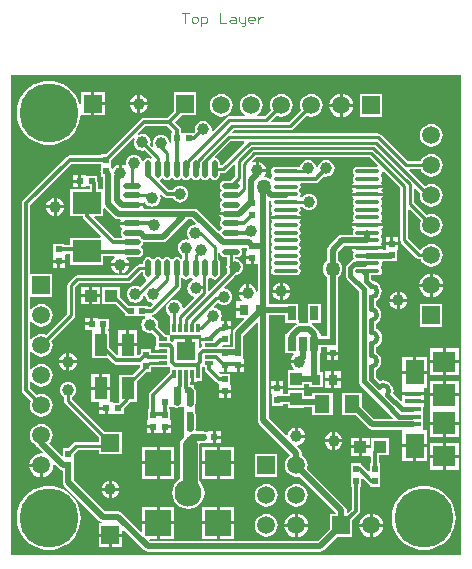
<source format=gtl>
%FSLAX44Y44*%
%MOMM*%
G71*
G01*
G75*
G04 Layer_Physical_Order=1*
G04 Layer_Color=255*
%ADD10C,0.3810*%
%ADD11R,1.3000X1.5000*%
%ADD12R,1.1000X1.0000*%
%ADD13R,0.5000X0.6000*%
%ADD14R,0.8000X0.9000*%
%ADD15R,0.6000X0.5000*%
%ADD16R,1.0000X1.1000*%
%ADD17R,1.5000X1.5000*%
%ADD18O,0.4500X1.5000*%
%ADD19O,1.5000X0.4500*%
%ADD20R,0.8000X0.3000*%
%ADD21R,0.3000X0.8000*%
%ADD22R,1.6000X1.6000*%
%ADD23O,2.1000X0.3500*%
%ADD24R,0.6900X1.2000*%
%ADD25R,2.4000X1.9000*%
%ADD26R,1.1000X1.9000*%
%ADD27R,1.9000X1.9000*%
%ADD28R,1.9000X1.8000*%
%ADD29R,1.6000X2.1000*%
%ADD30R,1.3500X0.4000*%
%ADD31R,1.5000X1.5000*%
%ADD32C,0.5000*%
%ADD33C,0.3000*%
%ADD34C,0.2540*%
%ADD35C,0.6020*%
%ADD36C,0.6000*%
%ADD37C,1.2600*%
%ADD38C,0.6010*%
%ADD39C,0.1000*%
%ADD40C,1.5000*%
%ADD41R,2.2000X2.2000*%
%ADD42C,2.3000*%
%ADD43C,1.0000*%
%ADD44C,5.0000*%
%ADD45C,1.2700*%
%ADD46C,0.7000*%
G36*
X381000Y0D02*
X0D01*
Y406400D01*
X381000D01*
Y0D01*
D02*
G37*
%LPC*%
G36*
X271730Y104438D02*
X271032Y104346D01*
X269198Y103586D01*
X267622Y102378D01*
X266414Y100802D01*
X265654Y98968D01*
X265562Y98270D01*
X271730D01*
Y104438D01*
D02*
G37*
G36*
X274270D02*
Y98270D01*
X280438D01*
X280346Y98968D01*
X279586Y100802D01*
X278378Y102378D01*
X276803Y103586D01*
X274968Y104346D01*
X274270Y104438D01*
D02*
G37*
G36*
X303540Y99540D02*
X296770D01*
Y93270D01*
X303540D01*
Y99540D01*
D02*
G37*
G36*
X177540Y98730D02*
X173270D01*
Y94960D01*
X177540D01*
Y98730D01*
D02*
G37*
G36*
X365484Y110682D02*
X354714D01*
Y99912D01*
X365484D01*
Y110682D01*
D02*
G37*
G36*
X242540Y108326D02*
Y102158D01*
X248708D01*
X248616Y102856D01*
X247856Y104691D01*
X246648Y106266D01*
X245072Y107474D01*
X243238Y108234D01*
X242540Y108326D01*
D02*
G37*
G36*
X118730Y107730D02*
X114960D01*
Y103460D01*
X118730D01*
Y107730D01*
D02*
G37*
G36*
X378794Y110682D02*
X368024D01*
Y99912D01*
X378794D01*
Y110682D01*
D02*
G37*
G36*
X177540Y105040D02*
X173270D01*
Y101270D01*
X177540D01*
Y105040D01*
D02*
G37*
G36*
X351984Y91682D02*
X342714D01*
Y79912D01*
X351984D01*
Y91682D01*
D02*
G37*
G36*
X294230Y90730D02*
X287460D01*
Y84460D01*
X294230D01*
Y90730D01*
D02*
G37*
G36*
X188940Y91940D02*
X176670D01*
Y79670D01*
X188940D01*
Y91940D01*
D02*
G37*
G36*
X340174Y91682D02*
X330904D01*
Y79912D01*
X340174D01*
Y91682D01*
D02*
G37*
G36*
X365484Y95492D02*
X354714D01*
Y85222D01*
X365484D01*
Y95492D01*
D02*
G37*
G36*
X280438Y95730D02*
X274270D01*
Y89562D01*
X274968Y89654D01*
X276803Y90414D01*
X278378Y91622D01*
X279586Y93197D01*
X280346Y95032D01*
X280438Y95730D01*
D02*
G37*
G36*
X294230Y99540D02*
X287460D01*
Y93270D01*
X294230D01*
Y99540D01*
D02*
G37*
G36*
X378794Y95492D02*
X368024D01*
Y85222D01*
X378794D01*
Y95492D01*
D02*
G37*
G36*
X271730Y95730D02*
X265562D01*
X265654Y95032D01*
X266414Y93197D01*
X267622Y91622D01*
X269198Y90414D01*
X271032Y89654D01*
X271730Y89562D01*
Y95730D01*
D02*
G37*
G36*
X135040Y107730D02*
X131270D01*
Y103460D01*
X135040D01*
Y107730D01*
D02*
G37*
G36*
X83620Y153620D02*
X76850D01*
Y142850D01*
X83620D01*
Y153620D01*
D02*
G37*
G36*
X224000Y147428D02*
X220230D01*
Y143158D01*
X224000D01*
Y147428D01*
D02*
G37*
G36*
X278810Y147618D02*
X273540D01*
Y141848D01*
X278810D01*
Y147618D01*
D02*
G37*
G36*
X74310Y153620D02*
X67540D01*
Y142850D01*
X74310D01*
Y153620D01*
D02*
G37*
G36*
X230310Y147428D02*
X226540D01*
Y143158D01*
X230310D01*
Y147428D01*
D02*
G37*
G36*
X365484Y162682D02*
X354714D01*
Y152412D01*
X365484D01*
Y162682D01*
D02*
G37*
G36*
X378794D02*
X368024D01*
Y152412D01*
X378794D01*
Y162682D01*
D02*
G37*
G36*
X271000Y155928D02*
X265730D01*
Y150158D01*
X271000D01*
Y155928D01*
D02*
G37*
G36*
X278810D02*
X273540D01*
Y150158D01*
X278810D01*
Y155928D01*
D02*
G37*
G36*
X78980Y123230D02*
X74710D01*
Y119460D01*
X78980D01*
Y123230D01*
D02*
G37*
G36*
X179730Y137730D02*
X175960D01*
Y133460D01*
X179730D01*
Y137730D01*
D02*
G37*
G36*
X378784Y134682D02*
X354704D01*
Y123912D01*
X354714D01*
Y113222D01*
X378794D01*
Y123992D01*
X378784D01*
Y134682D01*
D02*
G37*
G36*
X230310Y140618D02*
X220230D01*
Y136348D01*
X220770D01*
Y132331D01*
X220682Y131888D01*
X220770Y131445D01*
Y126888D01*
X229770D01*
Y127800D01*
X234270D01*
Y124888D01*
X248270D01*
Y125412D01*
X255000D01*
Y118500D01*
X272000D01*
Y137500D01*
X255000D01*
Y134588D01*
X248270D01*
Y139888D01*
X234270D01*
Y136976D01*
X230310D01*
Y140618D01*
D02*
G37*
G36*
X186040Y137730D02*
X182270D01*
Y133460D01*
X186040D01*
Y137730D01*
D02*
G37*
G36*
X351984Y153682D02*
X330904D01*
Y142390D01*
X330904Y142390D01*
X330904D01*
X330904Y141912D01*
X330964Y141492D01*
Y141492D01*
X330964Y141014D01*
X330964Y141014D01*
X330964D01*
Y138222D01*
X349544D01*
Y141014D01*
X349544Y141014D01*
X349544D01*
X349544Y141492D01*
X349964Y141912D01*
X351984D01*
Y153682D01*
D02*
G37*
G36*
X271000Y147618D02*
X265730D01*
Y141848D01*
X271000D01*
Y147618D01*
D02*
G37*
G36*
X365474Y147992D02*
X354704D01*
Y137222D01*
X365474D01*
Y147992D01*
D02*
G37*
G36*
X378784D02*
X368014D01*
Y137222D01*
X378784D01*
Y147992D01*
D02*
G37*
G36*
X215900Y34982D02*
X213420Y34655D01*
X211109Y33698D01*
X209125Y32175D01*
X207602Y30191D01*
X206644Y27880D01*
X206318Y25400D01*
X206644Y22920D01*
X207602Y20609D01*
X209125Y18625D01*
X211109Y17102D01*
X213420Y16144D01*
X215900Y15818D01*
X218380Y16144D01*
X220691Y17102D01*
X222675Y18625D01*
X224198Y20609D01*
X225156Y22920D01*
X225482Y25400D01*
X225156Y27880D01*
X224198Y30191D01*
X222675Y32175D01*
X220691Y33698D01*
X218380Y34655D01*
X215900Y34982D01*
D02*
G37*
G36*
X240030Y35359D02*
X238679Y35182D01*
X236237Y34170D01*
X234139Y32561D01*
X232530Y30463D01*
X231518Y28021D01*
X231341Y26670D01*
X240030D01*
Y35359D01*
D02*
G37*
G36*
X303530Y24130D02*
X294841D01*
X295018Y22779D01*
X296030Y20337D01*
X297639Y18239D01*
X299737Y16630D01*
X302179Y15618D01*
X303530Y15441D01*
Y24130D01*
D02*
G37*
G36*
X314759D02*
X306070D01*
Y15441D01*
X307421Y15618D01*
X309863Y16630D01*
X311961Y18239D01*
X313570Y20337D01*
X314582Y22779D01*
X314759Y24130D01*
D02*
G37*
G36*
X242570Y35359D02*
Y26670D01*
X251259D01*
X251082Y28021D01*
X250070Y30463D01*
X248461Y32561D01*
X246363Y34170D01*
X243921Y35182D01*
X242570Y35359D01*
D02*
G37*
G36*
X123330Y41140D02*
X111060D01*
Y28870D01*
X123330D01*
Y41140D01*
D02*
G37*
G36*
X138140D02*
X125870D01*
Y28870D01*
X138140D01*
Y41140D01*
D02*
G37*
G36*
X303530Y35359D02*
X302179Y35182D01*
X299737Y34170D01*
X297639Y32561D01*
X296030Y30463D01*
X295018Y28021D01*
X294841Y26670D01*
X303530D01*
Y35359D01*
D02*
G37*
G36*
X306070D02*
Y26670D01*
X314759D01*
X314582Y28021D01*
X313570Y30463D01*
X311961Y32561D01*
X309863Y34170D01*
X307421Y35182D01*
X306070Y35359D01*
D02*
G37*
G36*
X82730Y15730D02*
X73960D01*
Y6960D01*
X82730D01*
Y15730D01*
D02*
G37*
G36*
X94040D02*
X85270D01*
Y6960D01*
X94040D01*
Y15730D01*
D02*
G37*
G36*
X31750Y58833D02*
X27513Y58500D01*
X23381Y57508D01*
X19454Y55882D01*
X15831Y53661D01*
X12599Y50901D01*
X9839Y47669D01*
X7618Y44046D01*
X5992Y40119D01*
X5000Y35987D01*
X4667Y31750D01*
X5000Y27513D01*
X5992Y23381D01*
X7618Y19454D01*
X9839Y15831D01*
X12599Y12599D01*
X15831Y9839D01*
X19454Y7618D01*
X23381Y5992D01*
X27513Y5000D01*
X31750Y4667D01*
X35987Y5000D01*
X40119Y5992D01*
X44046Y7618D01*
X47669Y9839D01*
X50901Y12599D01*
X53661Y15831D01*
X55882Y19454D01*
X57508Y23381D01*
X58500Y27513D01*
X58833Y31750D01*
X58500Y35987D01*
X57508Y40119D01*
X55882Y44046D01*
X53661Y47669D01*
X50901Y50901D01*
X47669Y53661D01*
X44046Y55882D01*
X40119Y57508D01*
X35987Y58500D01*
X31750Y58833D01*
D02*
G37*
G36*
X349250D02*
X345013Y58500D01*
X340881Y57508D01*
X336954Y55882D01*
X333331Y53661D01*
X330099Y50901D01*
X327339Y47669D01*
X325118Y44046D01*
X323492Y40119D01*
X322500Y35987D01*
X322166Y31750D01*
X322500Y27513D01*
X323492Y23381D01*
X325118Y19454D01*
X327339Y15831D01*
X330099Y12599D01*
X333331Y9839D01*
X336954Y7618D01*
X340881Y5992D01*
X345013Y5000D01*
X349250Y4667D01*
X353487Y5000D01*
X357619Y5992D01*
X361546Y7618D01*
X365169Y9839D01*
X368401Y12599D01*
X371161Y15831D01*
X373382Y19454D01*
X375008Y23381D01*
X376000Y27513D01*
X376334Y31750D01*
X376000Y35987D01*
X375008Y40119D01*
X373382Y44046D01*
X371161Y47669D01*
X368401Y50901D01*
X365169Y53661D01*
X361546Y55882D01*
X357619Y57508D01*
X353487Y58500D01*
X349250Y58833D01*
D02*
G37*
G36*
X138140Y26330D02*
X125870D01*
Y14060D01*
X138140D01*
Y26330D01*
D02*
G37*
G36*
X240030Y24130D02*
X231341D01*
X231518Y22779D01*
X232530Y20337D01*
X234139Y18239D01*
X236237Y16630D01*
X238679Y15618D01*
X240030Y15441D01*
Y24130D01*
D02*
G37*
G36*
X251259D02*
X242570D01*
Y15441D01*
X243921Y15618D01*
X246363Y16630D01*
X248461Y18239D01*
X250070Y20337D01*
X251082Y22779D01*
X251259Y24130D01*
D02*
G37*
G36*
X174130Y26330D02*
X161860D01*
Y14060D01*
X174130D01*
Y26330D01*
D02*
G37*
G36*
X188940D02*
X176670D01*
Y14060D01*
X188940D01*
Y26330D01*
D02*
G37*
G36*
X174130Y41140D02*
X161860D01*
Y28870D01*
X174130D01*
Y41140D01*
D02*
G37*
G36*
X24130Y74930D02*
X15441D01*
X15618Y73579D01*
X16630Y71137D01*
X18239Y69039D01*
X20337Y67430D01*
X22779Y66418D01*
X24130Y66241D01*
Y74930D01*
D02*
G37*
G36*
X225400Y85700D02*
X206400D01*
Y66700D01*
X225400D01*
Y85700D01*
D02*
G37*
G36*
X174130Y77130D02*
X161860D01*
Y64860D01*
X174130D01*
Y77130D01*
D02*
G37*
G36*
X188940D02*
X176670D01*
Y64860D01*
X188940D01*
Y77130D01*
D02*
G37*
G36*
X365484Y82682D02*
X354714D01*
Y72412D01*
X365484D01*
Y82682D01*
D02*
G37*
G36*
X138140Y91940D02*
X125870D01*
Y79670D01*
X138140D01*
Y91940D01*
D02*
G37*
G36*
X174130D02*
X161860D01*
Y79670D01*
X174130D01*
Y91940D01*
D02*
G37*
G36*
X378794Y82682D02*
X368024D01*
Y72412D01*
X378794D01*
Y82682D01*
D02*
G37*
G36*
X123330Y91940D02*
X111060D01*
Y79670D01*
X123330D01*
Y91940D01*
D02*
G37*
G36*
X241300Y60382D02*
X238820Y60055D01*
X236509Y59098D01*
X234525Y57575D01*
X233002Y55591D01*
X232045Y53280D01*
X231718Y50800D01*
X232045Y48320D01*
X233002Y46009D01*
X234525Y44025D01*
X236509Y42502D01*
X238820Y41544D01*
X241300Y41218D01*
X243780Y41544D01*
X246091Y42502D01*
X248075Y44025D01*
X249598Y46009D01*
X250555Y48320D01*
X250882Y50800D01*
X250555Y53280D01*
X249598Y55591D01*
X248075Y57575D01*
X246091Y59098D01*
X243780Y60055D01*
X241300Y60382D01*
D02*
G37*
G36*
X82730Y54730D02*
X76562D01*
X76654Y54032D01*
X77414Y52197D01*
X78622Y50622D01*
X80197Y49414D01*
X82032Y48654D01*
X82730Y48562D01*
Y54730D01*
D02*
G37*
G36*
X188940Y41140D02*
X176670D01*
Y28870D01*
X188940D01*
Y41140D01*
D02*
G37*
G36*
X215900Y60382D02*
X213420Y60055D01*
X211109Y59098D01*
X209125Y57575D01*
X207602Y55591D01*
X206644Y53280D01*
X206318Y50800D01*
X206644Y48320D01*
X207602Y46009D01*
X209125Y44025D01*
X211109Y42502D01*
X213420Y41544D01*
X215900Y41218D01*
X218380Y41544D01*
X220691Y42502D01*
X222675Y44025D01*
X224198Y46009D01*
X225156Y48320D01*
X225482Y50800D01*
X225156Y53280D01*
X224198Y55591D01*
X222675Y57575D01*
X220691Y59098D01*
X218380Y60055D01*
X215900Y60382D01*
D02*
G37*
G36*
X91438Y54730D02*
X85270D01*
Y48562D01*
X85968Y48654D01*
X87802Y49414D01*
X89378Y50622D01*
X90586Y52197D01*
X91346Y54032D01*
X91438Y54730D01*
D02*
G37*
G36*
X123330Y77130D02*
X111060D01*
Y64860D01*
X123330D01*
Y77130D01*
D02*
G37*
G36*
X138140D02*
X125870D01*
Y64860D01*
X138140D01*
Y77130D01*
D02*
G37*
G36*
X82730Y63438D02*
X82032Y63346D01*
X80197Y62586D01*
X78622Y61378D01*
X77414Y59802D01*
X76654Y57968D01*
X76562Y57270D01*
X82730D01*
Y63438D01*
D02*
G37*
G36*
X85270D02*
Y57270D01*
X91438D01*
X91346Y57968D01*
X90586Y59802D01*
X89378Y61378D01*
X87802Y62586D01*
X85968Y63346D01*
X85270Y63438D01*
D02*
G37*
G36*
X278130Y390959D02*
X276779Y390782D01*
X274337Y389770D01*
X272239Y388161D01*
X270630Y386063D01*
X269618Y383621D01*
X269441Y382270D01*
X278130D01*
Y390959D01*
D02*
G37*
G36*
X280670D02*
Y382270D01*
X289359D01*
X289182Y383621D01*
X288170Y386063D01*
X286561Y388161D01*
X284463Y389770D01*
X282021Y390782D01*
X280670Y390959D01*
D02*
G37*
G36*
X106680Y389708D02*
X105982Y389616D01*
X104148Y388856D01*
X102572Y387648D01*
X101364Y386073D01*
X100604Y384238D01*
X100512Y383540D01*
X106680D01*
Y389708D01*
D02*
G37*
G36*
X327120Y262810D02*
X317040D01*
Y258540D01*
D01*
Y258540D01*
X316918Y258418D01*
X315325D01*
X314798Y259060D01*
X288709D01*
X288789Y258656D01*
X289737Y257237D01*
X289737Y257237D01*
X289737D01*
X290127Y256534D01*
X290127D01*
Y256534D01*
X289298Y255293D01*
X289007Y253830D01*
X289298Y252367D01*
X289923Y251431D01*
X289437Y250258D01*
X289217Y250214D01*
X288964Y250164D01*
X287673Y249301D01*
X284360Y245988D01*
X283497Y244696D01*
X283447Y244443D01*
X283194Y243173D01*
Y236973D01*
X283447Y235702D01*
X283497Y235449D01*
X284360Y234157D01*
X294419Y224099D01*
Y147268D01*
X294671Y145997D01*
X294722Y145744D01*
X295585Y144452D01*
X313312Y126725D01*
X313313Y126725D01*
X323324Y116713D01*
X322838Y115540D01*
X307449D01*
X297000Y125989D01*
Y137500D01*
X280000D01*
Y118500D01*
X291511D01*
X302304Y107708D01*
X303792Y106713D01*
X305548Y106364D01*
X330532D01*
X330904Y105992D01*
X330904Y105466D01*
X330904Y105466D01*
X330904D01*
Y94222D01*
X351984D01*
Y105992D01*
X349004D01*
Y106952D01*
X349004D01*
Y113452D01*
Y119952D01*
Y125912D01*
X349544D01*
Y129182D01*
X340254D01*
Y131722D01*
X349544D01*
Y132412D01*
Y135682D01*
X330964D01*
Y132412D01*
Y130974D01*
X329791Y130488D01*
X323345Y136933D01*
X323347Y136938D01*
X323651Y139242D01*
X323347Y141546D01*
X322458Y143694D01*
X321043Y145538D01*
X320932Y145623D01*
X320892Y145683D01*
X320891Y145683D01*
X320315Y146259D01*
X319024Y147122D01*
X318572Y147212D01*
X317052Y147842D01*
X314748Y148145D01*
X312443Y147842D01*
X312334Y147797D01*
X308731Y151399D01*
Y156838D01*
X308906Y156910D01*
X310748Y158323D01*
X312162Y160166D01*
X313050Y162311D01*
X313353Y164613D01*
X313050Y166915D01*
X312162Y169060D01*
X310748Y170903D01*
X308906Y172316D01*
X308731Y172388D01*
Y176250D01*
X309416Y176533D01*
X311258Y177946D01*
X312671Y179788D01*
X313559Y181932D01*
X313862Y184233D01*
X313559Y186534D01*
X312671Y188679D01*
X311258Y190520D01*
X309416Y191933D01*
X308731Y192216D01*
Y196077D01*
X308907Y196150D01*
X310749Y197564D01*
X312163Y199406D01*
X313051Y201551D01*
X313354Y203853D01*
X313051Y206155D01*
X312163Y208300D01*
X310749Y210142D01*
X308907Y211556D01*
X308731Y211629D01*
Y215586D01*
X309193Y215777D01*
X311033Y217190D01*
X312446Y219030D01*
X313333Y221173D01*
X313636Y223473D01*
X313333Y225773D01*
X312446Y227916D01*
X311033Y229756D01*
X309193Y231168D01*
X307050Y232056D01*
X306650Y232109D01*
X304512Y234247D01*
Y237007D01*
X310330D01*
X311793Y237298D01*
X313034Y238127D01*
X313863Y239367D01*
X314154Y240830D01*
X313863Y242293D01*
X313034Y243534D01*
Y244627D01*
X313863Y245867D01*
X314154Y247330D01*
X313969Y248260D01*
X314774Y249242D01*
X317580D01*
Y249080D01*
X326580D01*
Y258540D01*
X327120D01*
Y262810D01*
D02*
G37*
G36*
X106680Y381000D02*
X100512D01*
X100604Y380302D01*
X101364Y378467D01*
X102572Y376892D01*
X104148Y375684D01*
X105982Y374924D01*
X106680Y374832D01*
Y381000D01*
D02*
G37*
G36*
X115388D02*
X109220D01*
Y374832D01*
X109918Y374924D01*
X111753Y375684D01*
X113328Y376892D01*
X114536Y378467D01*
X115296Y380302D01*
X115388Y381000D01*
D02*
G37*
G36*
X245452Y285060D02*
X219709D01*
X219789Y284656D01*
X220737Y283237D01*
X220737Y283237D01*
X220737D01*
X221127Y282534D01*
X221127D01*
Y282534D01*
X220298Y281293D01*
X220007Y279830D01*
X220298Y278367D01*
X221127Y277127D01*
Y276034D01*
X220298Y274793D01*
X220007Y273330D01*
X220298Y271867D01*
X221127Y270627D01*
Y269534D01*
X220298Y268293D01*
X220007Y266830D01*
X220298Y265367D01*
X221127Y264127D01*
Y263034D01*
X220298Y261793D01*
X220007Y260330D01*
X220298Y258867D01*
X221127Y257627D01*
Y256534D01*
X220298Y255293D01*
X220007Y253830D01*
X220298Y252367D01*
X221127Y251127D01*
Y250034D01*
X220298Y248793D01*
X220007Y247330D01*
X220298Y245867D01*
X221127Y244627D01*
Y243534D01*
X220298Y242293D01*
X220007Y240830D01*
X220298Y239367D01*
X221127Y238127D01*
X222367Y237298D01*
X223830Y237007D01*
X241330D01*
X242794Y237298D01*
X244034Y238127D01*
X244863Y239367D01*
X245154Y240830D01*
X244863Y242293D01*
X244034Y243534D01*
Y244627D01*
X244863Y245867D01*
X245154Y247330D01*
X244863Y248793D01*
X244034Y250034D01*
Y251127D01*
X244863Y252367D01*
X245154Y253830D01*
X244863Y255293D01*
X244034Y256534D01*
Y257627D01*
X244863Y258867D01*
X245154Y260330D01*
X244863Y261793D01*
X244034Y263034D01*
Y264127D01*
X244863Y265367D01*
X245154Y266830D01*
X244863Y268293D01*
X244034Y269534D01*
Y270627D01*
X244863Y271867D01*
X245154Y273330D01*
X244863Y274793D01*
X244034Y276034D01*
Y277127D01*
X244863Y278367D01*
X245154Y279830D01*
X244863Y281293D01*
X244034Y282534D01*
Y282534D01*
X244034D01*
X244423Y283237D01*
X244423Y283237D01*
X244423D01*
X245371Y284656D01*
X245452Y285060D01*
D02*
G37*
G36*
X227330Y230958D02*
X226632Y230866D01*
X224797Y230106D01*
X223222Y228898D01*
X222014Y227323D01*
X221254Y225488D01*
X221162Y224790D01*
X227330D01*
Y230958D01*
D02*
G37*
G36*
X109220Y389708D02*
Y383540D01*
X115388D01*
X115296Y384238D01*
X114536Y386073D01*
X113328Y387648D01*
X111753Y388856D01*
X109918Y389616D01*
X109220Y389708D01*
D02*
G37*
G36*
X75540Y227540D02*
X68770D01*
Y221270D01*
X75540D01*
Y227540D01*
D02*
G37*
G36*
X356870Y238559D02*
Y229870D01*
X365559D01*
X365382Y231221D01*
X364370Y233663D01*
X362761Y235761D01*
X360663Y237370D01*
X358221Y238382D01*
X356870Y238559D01*
D02*
G37*
G36*
X354330D02*
X352979Y238382D01*
X350537Y237370D01*
X348439Y235761D01*
X346830Y233663D01*
X345818Y231221D01*
X345641Y229870D01*
X354330D01*
Y238559D01*
D02*
G37*
G36*
X229870Y230958D02*
Y224790D01*
X236038D01*
X235946Y225488D01*
X235186Y227323D01*
X233978Y228898D01*
X232402Y230106D01*
X230568Y230866D01*
X229870Y230958D01*
D02*
G37*
G36*
X289359Y379730D02*
X280670D01*
Y371041D01*
X282021Y371218D01*
X284463Y372230D01*
X286561Y373839D01*
X288170Y375937D01*
X289182Y378379D01*
X289359Y379730D01*
D02*
G37*
G36*
X177800Y390582D02*
X175320Y390256D01*
X173009Y389298D01*
X171024Y387775D01*
X169502Y385791D01*
X168545Y383480D01*
X168218Y381000D01*
X168545Y378520D01*
X169502Y376209D01*
X171024Y374225D01*
X173009Y372702D01*
X175320Y371744D01*
X177800Y371418D01*
X180280Y371744D01*
X182591Y372702D01*
X184575Y374225D01*
X186098Y376209D01*
X187055Y378520D01*
X187382Y381000D01*
X187055Y383480D01*
X186098Y385791D01*
X184575Y387775D01*
X182591Y389298D01*
X180280Y390256D01*
X177800Y390582D01*
D02*
G37*
G36*
X314452Y311060D02*
X288709D01*
X288789Y310656D01*
X289737Y309237D01*
Y308923D01*
X288789Y307504D01*
X288709Y307100D01*
X314452D01*
X314371Y307504D01*
X313423Y308923D01*
Y309237D01*
X314371Y310656D01*
X314452Y311060D01*
D02*
G37*
G36*
X278130Y379730D02*
X269441D01*
X269618Y378379D01*
X270630Y375937D01*
X272239Y373839D01*
X274337Y372230D01*
X276779Y371218D01*
X278130Y371041D01*
Y379730D01*
D02*
G37*
G36*
X355600Y365182D02*
X353120Y364855D01*
X350809Y363898D01*
X348825Y362375D01*
X347302Y360391D01*
X346344Y358080D01*
X346018Y355600D01*
X346344Y353120D01*
X347302Y350809D01*
X348825Y348825D01*
X350809Y347302D01*
X353120Y346344D01*
X355600Y346018D01*
X358080Y346344D01*
X360391Y347302D01*
X362375Y348825D01*
X363898Y350809D01*
X364855Y353120D01*
X365182Y355600D01*
X364855Y358080D01*
X363898Y360391D01*
X362375Y362375D01*
X360391Y363898D01*
X358080Y364855D01*
X355600Y365182D01*
D02*
G37*
G36*
X209350Y333518D02*
Y327350D01*
X215518D01*
X215426Y328049D01*
X214666Y329883D01*
X213458Y331458D01*
X211883Y332666D01*
X210049Y333426D01*
X209350Y333518D01*
D02*
G37*
G36*
X156500Y392040D02*
X137500D01*
Y376227D01*
X131912Y370639D01*
X112070D01*
X110704Y370367D01*
X109547Y369593D01*
X80034Y340080D01*
X75580D01*
Y338649D01*
X49730D01*
X48364Y338377D01*
X47206Y337604D01*
X10177Y300574D01*
X9403Y299416D01*
X9131Y298050D01*
Y139700D01*
X9403Y138334D01*
X10177Y137177D01*
X16651Y130702D01*
X16144Y129480D01*
X15818Y127000D01*
X16144Y124520D01*
X17102Y122209D01*
X18625Y120225D01*
X20609Y118702D01*
X22920Y117745D01*
X25400Y117418D01*
X27880Y117745D01*
X30191Y118702D01*
X32175Y120225D01*
X33698Y122209D01*
X34655Y124520D01*
X34982Y127000D01*
X34655Y129480D01*
X33698Y131791D01*
X32175Y133775D01*
X30191Y135298D01*
X27880Y136256D01*
X25400Y136582D01*
X22920Y136256D01*
X21698Y135749D01*
X16269Y141178D01*
Y146719D01*
X17471Y147128D01*
X18625Y145625D01*
X20609Y144102D01*
X22920Y143145D01*
X25400Y142818D01*
X27880Y143145D01*
X30191Y144102D01*
X32175Y145625D01*
X33698Y147609D01*
X34655Y149920D01*
X34982Y152400D01*
X34655Y154880D01*
X33698Y157191D01*
X32175Y159175D01*
X30191Y160698D01*
X27880Y161656D01*
X25400Y161982D01*
X22920Y161656D01*
X20609Y160698D01*
X18625Y159175D01*
X17471Y157672D01*
X16269Y158081D01*
Y172119D01*
X17471Y172528D01*
X18625Y171024D01*
X20609Y169502D01*
X22920Y168545D01*
X25400Y168218D01*
X27880Y168545D01*
X30191Y169502D01*
X32175Y171024D01*
X33698Y173009D01*
X34655Y175320D01*
X34982Y177800D01*
X34655Y180280D01*
X34052Y181737D01*
X53158Y200842D01*
X53880Y201924D01*
X54134Y203200D01*
Y227219D01*
X57261Y230346D01*
X99060D01*
X100336Y230600D01*
X101418Y231322D01*
X109841Y239746D01*
X111747D01*
Y237830D01*
X112077Y236172D01*
X113016Y234766D01*
X114161Y234001D01*
X114286Y232737D01*
X108684Y227136D01*
X108609Y227194D01*
X106906Y227899D01*
X105078Y228139D01*
X103251Y227899D01*
X101548Y227194D01*
X100086Y226072D01*
X98964Y224609D01*
X98259Y222906D01*
X98018Y221079D01*
X98259Y219252D01*
X98964Y217549D01*
X100086Y216087D01*
X101548Y214965D01*
X103251Y214259D01*
X105078Y214019D01*
X106906Y214259D01*
X108609Y214965D01*
X110071Y216087D01*
X111193Y217549D01*
X111898Y219252D01*
X111945Y219602D01*
X113215D01*
X113260Y219253D01*
X113966Y217550D01*
X115088Y216088D01*
X116550Y214966D01*
X118253Y214261D01*
X119251Y214129D01*
X119659Y212927D01*
X117381Y210649D01*
X116080D01*
Y211580D01*
X106978D01*
X106978Y211580D01*
Y211580D01*
X106080Y211580D01*
X106080D01*
D01*
X105182Y211580D01*
X105182Y211580D01*
Y211580D01*
X99627D01*
X92000Y219207D01*
Y227000D01*
X77000D01*
Y213000D01*
X88114D01*
X96080Y205033D01*
Y202580D01*
X105182D01*
X105182Y202580D01*
Y202580D01*
X106080Y202580D01*
X106080D01*
D01*
X106978Y202580D01*
X106978Y202580D01*
Y202580D01*
X113086D01*
X113495Y201378D01*
X112198Y200382D01*
X111075Y198920D01*
X110370Y197217D01*
X110130Y195390D01*
X110370Y193563D01*
X111075Y191860D01*
X112198Y190398D01*
X113660Y189275D01*
X115363Y188570D01*
X117190Y188330D01*
X119017Y188570D01*
X119213Y188652D01*
X122580Y185285D01*
Y179580D01*
Y177120D01*
X122040D01*
Y174350D01*
X128580D01*
Y171810D01*
X122040D01*
Y171649D01*
X118580D01*
Y175080D01*
X109580D01*
Y171077D01*
X107794Y169290D01*
X106620Y169776D01*
Y177310D01*
X90540D01*
Y170326D01*
X89367Y169840D01*
X83080Y176127D01*
Y190080D01*
X81649D01*
Y191500D01*
X83000D01*
Y200500D01*
X73540D01*
Y201040D01*
X69270D01*
Y196000D01*
X68000D01*
Y194730D01*
X62460D01*
Y190960D01*
X68080D01*
Y190080D01*
X68080D01*
Y167080D01*
X82034D01*
X86557Y162557D01*
X87715Y161783D01*
X89080Y161512D01*
X108631D01*
X109089Y161135D01*
X109152Y159867D01*
X102365Y153080D01*
X91080D01*
Y130080D01*
X91080Y130080D01*
X91080D01*
X91090Y130056D01*
X90035Y129000D01*
X85790D01*
Y129540D01*
X83621D01*
X83620Y129540D01*
X83620Y130438D01*
X83620Y130438D01*
X83620D01*
Y140310D01*
X67540D01*
Y129540D01*
X74710D01*
D01*
Y129540D01*
X74710Y128642D01*
X74710Y128642D01*
X74710D01*
Y125770D01*
X80250D01*
Y124500D01*
X81520D01*
Y119460D01*
X85790D01*
Y120000D01*
X95250D01*
Y124785D01*
X100438Y129973D01*
X100510Y130080D01*
X106080D01*
Y147365D01*
X113795Y155080D01*
X118580D01*
Y159746D01*
X122580D01*
Y159580D01*
X134580D01*
X134580Y159580D01*
Y159580D01*
D01*
X134580Y159580D01*
Y155127D01*
X117557Y138104D01*
X116783Y136946D01*
X116512Y135580D01*
Y124000D01*
X115500D01*
Y114540D01*
X114960D01*
Y110270D01*
X120000D01*
Y109000D01*
X121270D01*
Y103460D01*
X128730D01*
Y109000D01*
X130000D01*
Y110270D01*
X135040D01*
Y114540D01*
X134500D01*
Y124000D01*
X133649D01*
Y125500D01*
X135000D01*
X135000Y125500D01*
Y125500D01*
D01*
D01*
D01*
X135000D01*
D01*
X137735Y125500D01*
X138049Y125290D01*
X140000Y124902D01*
X141951Y125290D01*
X142265Y125500D01*
X145000D01*
Y127056D01*
X145559Y127111D01*
X146500Y126258D01*
Y124000D01*
X146500D01*
Y124000D01*
X146500Y124000D01*
X146500Y124000D01*
Y121265D01*
X146290Y120951D01*
X145902Y119000D01*
Y108000D01*
X146290Y106049D01*
X146500Y105735D01*
Y103000D01*
X146500Y103000D01*
X146500D01*
D01*
Y103000D01*
D01*
X146500Y100481D01*
X145080Y99392D01*
X143750Y97658D01*
X142914Y95639D01*
X142628Y93472D01*
Y64360D01*
X140372Y62628D01*
X138208Y59808D01*
X136847Y56524D01*
X136383Y53000D01*
X136847Y49476D01*
X138208Y46192D01*
X140372Y43372D01*
X143192Y41208D01*
X146476Y39848D01*
X150000Y39383D01*
X153524Y39848D01*
X156808Y41208D01*
X159628Y43372D01*
X161792Y46192D01*
X163153Y49476D01*
X163617Y53000D01*
X163153Y56524D01*
X161792Y59808D01*
X159628Y62628D01*
X159372Y62825D01*
Y93472D01*
X159312Y93927D01*
X160149Y94882D01*
X161929D01*
X161980Y94872D01*
X163935Y95261D01*
X164293Y95500D01*
X166460D01*
Y94960D01*
X170730D01*
Y100000D01*
Y105040D01*
X166460D01*
Y104500D01*
X164283D01*
X163955Y104719D01*
X162000Y105108D01*
X161848Y105078D01*
X157163D01*
X155734Y106033D01*
X155712Y106060D01*
X156098Y108000D01*
Y119000D01*
X155710Y120951D01*
X155500Y121265D01*
Y124000D01*
X155500D01*
X155500Y124000D01*
X155500D01*
X155500Y124000D01*
Y126735D01*
X155710Y127049D01*
X156098Y129000D01*
Y138974D01*
X156103Y139000D01*
X155715Y140953D01*
X155000Y142022D01*
Y144500D01*
X152274D01*
X151953Y144715D01*
X151649Y144775D01*
Y147040D01*
X151810D01*
Y153580D01*
X154350D01*
Y147040D01*
X157120D01*
Y147580D01*
X161580D01*
Y153236D01*
X161649Y153580D01*
Y159580D01*
X164012D01*
Y157580D01*
X164283Y156215D01*
X165057Y155057D01*
X173637Y146477D01*
X174795Y145703D01*
X175960Y145471D01*
Y144540D01*
X175960Y144540D01*
X175960Y144540D01*
Y140270D01*
X186040D01*
Y144540D01*
X185500D01*
Y154000D01*
X176945D01*
X176239Y155056D01*
X176407Y155460D01*
X179730D01*
Y161000D01*
X182270D01*
Y155460D01*
X186040D01*
Y155460D01*
X186960Y155460D01*
Y155460D01*
X190730D01*
Y161000D01*
X192000D01*
Y162270D01*
X197040D01*
Y166540D01*
X196500D01*
Y171637D01*
X196588Y172080D01*
Y186159D01*
X207598Y197170D01*
X208772Y196684D01*
Y114640D01*
X209121Y112884D01*
X210116Y111396D01*
X236113Y85398D01*
X236030Y84131D01*
X234525Y82975D01*
X233002Y80991D01*
X232045Y78680D01*
X231718Y76200D01*
X232045Y73720D01*
X233002Y71409D01*
X234525Y69425D01*
X236509Y67902D01*
X238820Y66944D01*
X241300Y66618D01*
X243780Y66944D01*
X243983Y67029D01*
X274812Y36200D01*
Y34900D01*
X269900D01*
Y22389D01*
X259720Y12208D01*
X117654D01*
X116948Y13264D01*
X117278Y14060D01*
X123330D01*
Y26330D01*
X111060D01*
Y20278D01*
X109887Y19792D01*
X93668Y36010D01*
X92180Y37005D01*
X90424Y37354D01*
X79370D01*
X52848Y63877D01*
Y76280D01*
X52760Y76723D01*
Y81280D01*
X52760D01*
X52760Y81280D01*
X52760D01*
X52760Y81280D01*
Y86065D01*
X56361Y89666D01*
X74500D01*
Y85500D01*
X93500D01*
Y104500D01*
X79215D01*
X51334Y132381D01*
Y133804D01*
X51530Y133885D01*
X52993Y135008D01*
X54114Y136470D01*
X54820Y138173D01*
X55060Y140000D01*
X54820Y141827D01*
X54114Y143530D01*
X52993Y144992D01*
X51530Y146115D01*
X49827Y146820D01*
X48000Y147060D01*
X46173Y146820D01*
X44470Y146115D01*
X43008Y144992D01*
X41885Y143530D01*
X41180Y141827D01*
X40940Y140000D01*
X41180Y138173D01*
X41885Y136470D01*
X43008Y135008D01*
X44470Y133885D01*
X44666Y133804D01*
Y131000D01*
X44920Y129724D01*
X45642Y128643D01*
X74500Y99785D01*
Y96334D01*
X54980D01*
X53704Y96080D01*
X52622Y95358D01*
X48545Y91280D01*
X43760D01*
Y84784D01*
X42587Y84298D01*
X32168Y94716D01*
X32175Y94825D01*
X33698Y96809D01*
X34655Y99120D01*
X34982Y101600D01*
X34655Y104080D01*
X33698Y106391D01*
X32175Y108376D01*
X30191Y109898D01*
X27880Y110856D01*
X25400Y111182D01*
X22920Y110856D01*
X20609Y109898D01*
X18625Y108376D01*
X17102Y106391D01*
X16144Y104080D01*
X15818Y101600D01*
X16144Y99120D01*
X17102Y96809D01*
X18625Y94824D01*
X20609Y93302D01*
X21315Y93009D01*
X22156Y91752D01*
X26514Y87393D01*
X25953Y86254D01*
X25400Y86327D01*
X22779Y85982D01*
X20337Y84970D01*
X18239Y83361D01*
X16630Y81263D01*
X15618Y78821D01*
X15441Y77470D01*
X25400D01*
Y76200D01*
X26670D01*
Y66241D01*
X28021Y66418D01*
X30463Y67430D01*
X32561Y69039D01*
X34170Y71137D01*
X35182Y73579D01*
X35527Y76200D01*
X35454Y76753D01*
X36593Y77315D01*
X40872Y73036D01*
X42360Y72041D01*
X43672Y71780D01*
Y61976D01*
X44021Y60220D01*
X45016Y58732D01*
X74226Y29522D01*
X75714Y28527D01*
X76836Y28304D01*
X76712Y27040D01*
X73960D01*
Y18270D01*
X94040D01*
Y21002D01*
X95213Y21488D01*
X112326Y4376D01*
X113814Y3381D01*
X115570Y3032D01*
X261620D01*
X263376Y3381D01*
X264864Y4376D01*
X276389Y15900D01*
X288900D01*
Y29853D01*
X294523Y35477D01*
X295297Y36635D01*
X295569Y38000D01*
Y58000D01*
X296500D01*
Y64794D01*
X297673Y65280D01*
X302477Y60477D01*
X303500Y59793D01*
Y58000D01*
X312500D01*
Y68000D01*
X312500D01*
Y68000D01*
X312500Y68000D01*
X312500Y68000D01*
Y78000D01*
X311569D01*
Y85000D01*
X320000D01*
Y99000D01*
X305000D01*
Y89936D01*
X303980Y89179D01*
X303540Y89312D01*
Y90730D01*
X296770D01*
Y84460D01*
X303533D01*
X303533Y84460D01*
Y84460D01*
X303540Y84460D01*
X304431Y83568D01*
Y78000D01*
X303500D01*
Y71206D01*
X302327Y70720D01*
X297523Y75523D01*
X296500Y76207D01*
Y78000D01*
X287500D01*
Y68000D01*
X287500D01*
Y68000D01*
X287500Y68000D01*
X287500Y68000D01*
Y58000D01*
X288431D01*
Y39478D01*
X285161Y36208D01*
X283988Y36694D01*
Y38100D01*
X283639Y39856D01*
X282644Y41344D01*
X250471Y73517D01*
X250555Y73720D01*
X250882Y76200D01*
X250555Y78680D01*
X249598Y80991D01*
X248075Y82975D01*
X246091Y84498D01*
X245888Y84582D01*
Y86700D01*
X245539Y88456D01*
X244544Y89944D01*
X242228Y92260D01*
X242637Y93463D01*
X243238Y93542D01*
X245072Y94302D01*
X246648Y95510D01*
X247856Y97086D01*
X248616Y98920D01*
X248708Y99618D01*
X241270D01*
Y100888D01*
X240000D01*
Y108326D01*
X239302Y108234D01*
X237467Y107474D01*
X235892Y106266D01*
X234684Y104691D01*
X233924Y102856D01*
X233845Y102255D01*
X232642Y101846D01*
X217948Y116540D01*
Y203492D01*
X232130D01*
Y197080D01*
X241315D01*
X241684Y195865D01*
X240756Y195244D01*
X234336Y188824D01*
X233341Y187336D01*
X233290Y187079D01*
X232130D01*
Y171079D01*
X238864D01*
X239272Y169876D01*
X238622Y169377D01*
X237413Y167802D01*
X236654Y165968D01*
X236562Y165270D01*
X244000D01*
Y162730D01*
X236562D01*
X236654Y162031D01*
X237413Y160197D01*
X238622Y158622D01*
X239315Y158091D01*
X238906Y156888D01*
X234270D01*
Y141888D01*
X248270D01*
Y144800D01*
X252270D01*
Y142388D01*
X264270D01*
Y155388D01*
X261168D01*
Y171079D01*
X262030D01*
Y176412D01*
X266960D01*
Y172270D01*
X277040D01*
Y176540D01*
X276500D01*
Y180557D01*
X276588Y181000D01*
Y235820D01*
X277955Y236869D01*
X279294Y238613D01*
X280135Y240644D01*
X280422Y242824D01*
X280135Y245004D01*
X279294Y247035D01*
X277955Y248779D01*
X276588Y249828D01*
Y257099D01*
X281731Y262242D01*
X287836D01*
X288362Y261600D01*
X314452D01*
X314371Y262004D01*
X313423Y263423D01*
X313423Y263423D01*
X313423D01*
X313034Y264127D01*
Y264127D01*
X313863Y265367D01*
X314154Y266830D01*
X313863Y268293D01*
X313034Y269534D01*
Y270627D01*
X313863Y271867D01*
X314154Y273330D01*
X313863Y274793D01*
X313034Y276034D01*
Y276034D01*
X313034D01*
X313423Y276737D01*
X313423Y276737D01*
X313423D01*
X314371Y278156D01*
X314452Y278560D01*
X288709D01*
X288789Y278156D01*
X289737Y276737D01*
X289737Y276737D01*
X289737D01*
X290127Y276034D01*
X290127D01*
Y276034D01*
X289298Y274793D01*
X289007Y273330D01*
X289192Y272400D01*
X288386Y271418D01*
X279830D01*
X278074Y271069D01*
X276586Y270075D01*
X268756Y262244D01*
X267761Y260756D01*
X267412Y259000D01*
Y249828D01*
X266045Y248779D01*
X264706Y247035D01*
X263865Y245004D01*
X263578Y242824D01*
X263865Y240644D01*
X264706Y238613D01*
X266045Y236869D01*
X267412Y235820D01*
Y185588D01*
X262030D01*
Y187079D01*
X261168D01*
Y187420D01*
X260819Y189176D01*
X259824Y190664D01*
X255244Y195244D01*
X254316Y195865D01*
X254685Y197080D01*
X262030D01*
Y213080D01*
X251130D01*
Y197080D01*
X251130Y197080D01*
Y197080D01*
Y197080D01*
X251130Y197080D01*
D01*
D01*
D01*
Y197080D01*
X250638Y196588D01*
X244000D01*
X243030Y201465D01*
Y213080D01*
X232130D01*
Y212668D01*
X217948D01*
Y262080D01*
Y300399D01*
X218930Y301205D01*
X220001Y300992D01*
X220298Y300793D01*
X220298D01*
Y300793D01*
X220007Y299330D01*
X220298Y297867D01*
X221127Y296627D01*
Y295534D01*
X220298Y294293D01*
X220007Y292830D01*
X220298Y291367D01*
X221127Y290127D01*
Y290127D01*
X220737Y289423D01*
X220737Y289423D01*
X220737D01*
X219789Y288004D01*
X219709Y287600D01*
X245452D01*
X245371Y288004D01*
X244423Y289423D01*
X244423Y289423D01*
X244423D01*
X244034Y290127D01*
Y290127D01*
X244863Y291367D01*
X245154Y292830D01*
X244863Y294293D01*
X244473Y294876D01*
X244634Y295177D01*
X245213Y295416D01*
X246007Y295481D01*
X246976Y294220D01*
X248438Y293097D01*
X250141Y292392D01*
X251968Y292152D01*
X253795Y292392D01*
X255498Y293097D01*
X256960Y294220D01*
X258083Y295682D01*
X258788Y297385D01*
X259028Y299212D01*
X258788Y301039D01*
X258083Y302742D01*
X256960Y304204D01*
X255498Y305326D01*
X253795Y306032D01*
X251968Y306272D01*
X250141Y306032D01*
X248438Y305326D01*
X246976Y304204D01*
X246082Y303040D01*
X244902Y303136D01*
X244796Y303180D01*
X244473Y303784D01*
X244863Y304367D01*
X245154Y305830D01*
X244863Y307293D01*
X244034Y308534D01*
Y309627D01*
X244863Y310867D01*
X245154Y312330D01*
X244863Y313793D01*
X244630Y314142D01*
X245229Y315262D01*
X257870D01*
X259236Y315533D01*
X260394Y316307D01*
X264921Y320834D01*
X266700Y320600D01*
X268527Y320840D01*
X270230Y321545D01*
X271692Y322668D01*
X272815Y324130D01*
X273520Y325833D01*
X273760Y327660D01*
X273520Y329487D01*
X272815Y331190D01*
X271692Y332652D01*
X270230Y333774D01*
X268527Y334480D01*
X266700Y334720D01*
X264873Y334480D01*
X263170Y333774D01*
X261708Y332652D01*
X260585Y331190D01*
X259880Y329487D01*
X259715Y328233D01*
X258445D01*
X258280Y329487D01*
X257575Y331190D01*
X256452Y332652D01*
X254990Y333774D01*
X253287Y334480D01*
X251460Y334720D01*
X249633Y334480D01*
X247930Y333774D01*
X246468Y332652D01*
X245345Y331190D01*
X244640Y329487D01*
X244532Y328664D01*
X243090D01*
X242794Y328863D01*
X241330Y329154D01*
X223830D01*
X222367Y328863D01*
X221127Y328034D01*
X220298Y326793D01*
X220007Y325330D01*
X220298Y323867D01*
X221127Y322627D01*
Y321534D01*
X220298Y320293D01*
X220022Y318907D01*
X219606Y318751D01*
X218692Y318569D01*
X217941Y319144D01*
X215910Y319986D01*
X214442Y320179D01*
X213956Y321352D01*
X214666Y322278D01*
X215426Y324112D01*
X215518Y324810D01*
X208080D01*
Y326080D01*
X206810D01*
Y333518D01*
X206112Y333426D01*
X204697Y332840D01*
X203991Y333896D01*
X207121Y337026D01*
X303419D01*
X310118Y330327D01*
X309632Y329154D01*
X292830D01*
X291367Y328863D01*
X290127Y328034D01*
X289298Y326793D01*
X289007Y325330D01*
X289298Y323867D01*
X290127Y322627D01*
Y321534D01*
X289298Y320293D01*
X289007Y318830D01*
X289298Y317367D01*
X290127Y316127D01*
Y316127D01*
X289737Y315423D01*
X289737Y315423D01*
X289737D01*
X288789Y314004D01*
X288709Y313600D01*
X314452D01*
X314371Y314004D01*
X313423Y315423D01*
X313423Y315423D01*
X313423D01*
X313034Y316127D01*
Y316127D01*
X313863Y317367D01*
X314154Y318830D01*
X313863Y320293D01*
X313034Y321534D01*
Y322627D01*
X313863Y323867D01*
X314050Y324811D01*
X315266Y325179D01*
X329406Y311039D01*
Y266700D01*
X329660Y265424D01*
X330382Y264342D01*
X343083Y251642D01*
X344164Y250920D01*
X345440Y250666D01*
X346698D01*
X347302Y249209D01*
X348825Y247225D01*
X350809Y245702D01*
X353120Y244744D01*
X355600Y244418D01*
X358080Y244744D01*
X360391Y245702D01*
X362375Y247225D01*
X363898Y249209D01*
X364855Y251520D01*
X365182Y254000D01*
X364855Y256480D01*
X363898Y258791D01*
X362375Y260776D01*
X360391Y262298D01*
X358080Y263256D01*
X355600Y263582D01*
X353120Y263256D01*
X350809Y262298D01*
X348825Y260776D01*
X347302Y258791D01*
X347172Y258477D01*
X345926Y258229D01*
X336074Y268081D01*
Y292551D01*
X337247Y293038D01*
X346948Y283337D01*
X346344Y281880D01*
X346018Y279400D01*
X346344Y276920D01*
X347302Y274609D01*
X348825Y272624D01*
X350809Y271102D01*
X353120Y270145D01*
X355600Y269818D01*
X358080Y270145D01*
X360391Y271102D01*
X362375Y272624D01*
X363898Y274609D01*
X364855Y276920D01*
X365182Y279400D01*
X364855Y281880D01*
X363898Y284191D01*
X362375Y286175D01*
X360391Y287698D01*
X358080Y288655D01*
X355600Y288982D01*
X353120Y288655D01*
X351663Y288052D01*
X340614Y299101D01*
Y311013D01*
X341787Y311499D01*
X346305Y306981D01*
X346018Y304800D01*
X346344Y302320D01*
X347302Y300009D01*
X348825Y298025D01*
X350809Y296502D01*
X353120Y295544D01*
X355600Y295218D01*
X358080Y295544D01*
X360391Y296502D01*
X362375Y298025D01*
X363898Y300009D01*
X364855Y302320D01*
X365182Y304800D01*
X364855Y307280D01*
X363898Y309591D01*
X362375Y311575D01*
X360391Y313098D01*
X358080Y314056D01*
X355600Y314382D01*
X353120Y314056D01*
X350809Y313098D01*
X350135Y312581D01*
X337024Y325693D01*
X337509Y326866D01*
X346698D01*
X347302Y325409D01*
X348825Y323425D01*
X350809Y321902D01*
X353120Y320945D01*
X355600Y320618D01*
X358080Y320945D01*
X360391Y321902D01*
X362375Y323425D01*
X363898Y325409D01*
X364855Y327720D01*
X365182Y330200D01*
X364855Y332680D01*
X363898Y334991D01*
X362375Y336975D01*
X360391Y338498D01*
X358080Y339455D01*
X355600Y339782D01*
X353120Y339455D01*
X350809Y338498D01*
X348825Y336975D01*
X347302Y334991D01*
X346698Y333534D01*
X335602D01*
X312799Y356338D01*
X311717Y357060D01*
X310441Y357314D01*
X187425D01*
X186939Y358487D01*
X188337Y359886D01*
X236220D01*
X237496Y360140D01*
X238577Y360863D01*
X250063Y372348D01*
X251520Y371744D01*
X254000Y371418D01*
X256480Y371744D01*
X258791Y372702D01*
X260776Y374225D01*
X262298Y376209D01*
X263256Y378520D01*
X263582Y381000D01*
X263256Y383480D01*
X262298Y385791D01*
X260776Y387775D01*
X258791Y389298D01*
X256480Y390256D01*
X254000Y390582D01*
X251520Y390256D01*
X249209Y389298D01*
X247225Y387775D01*
X245702Y385791D01*
X244744Y383480D01*
X244418Y381000D01*
X244744Y378520D01*
X245348Y377063D01*
X234839Y366554D01*
X220529D01*
X220042Y367727D01*
X224663Y372348D01*
X226120Y371744D01*
X228600Y371418D01*
X231080Y371744D01*
X233391Y372702D01*
X235375Y374225D01*
X236898Y376209D01*
X237855Y378520D01*
X238182Y381000D01*
X237855Y383480D01*
X236898Y385791D01*
X235375Y387775D01*
X233391Y389298D01*
X231080Y390256D01*
X228600Y390582D01*
X226120Y390256D01*
X223809Y389298D01*
X221824Y387775D01*
X220302Y385791D01*
X219345Y383480D01*
X219018Y381000D01*
X219345Y378520D01*
X219948Y377063D01*
X214519Y371634D01*
X208575D01*
X208167Y372837D01*
X209975Y374225D01*
X211498Y376209D01*
X212456Y378520D01*
X212782Y381000D01*
X212456Y383480D01*
X211498Y385791D01*
X209975Y387775D01*
X207991Y389298D01*
X205680Y390256D01*
X203200Y390582D01*
X200720Y390256D01*
X198409Y389298D01*
X196425Y387775D01*
X194902Y385791D01*
X193944Y383480D01*
X193618Y381000D01*
X193944Y378520D01*
X194902Y376209D01*
X196425Y374225D01*
X198233Y372837D01*
X197825Y371634D01*
X184037D01*
X182761Y371380D01*
X181679Y370658D01*
X170702Y359680D01*
X169563Y360242D01*
X169620Y360680D01*
X169380Y362507D01*
X168675Y364210D01*
X167552Y365672D01*
X166090Y366795D01*
X164387Y367500D01*
X162560Y367740D01*
X160733Y367500D01*
X159030Y366795D01*
X157568Y365672D01*
X156446Y364210D01*
X155740Y362507D01*
X155500Y360680D01*
X155734Y358901D01*
X154393Y357560D01*
X145288D01*
Y357560D01*
X145288Y357560D01*
X145288Y357560D01*
X145288Y357560D01*
X143649D01*
Y360380D01*
X143377Y361745D01*
X142604Y362903D01*
X138437Y367070D01*
X144407Y373040D01*
X156500D01*
Y392040D01*
D02*
G37*
G36*
X314452Y304560D02*
X288709D01*
X288789Y304156D01*
X289737Y302737D01*
X289737Y302737D01*
X289737D01*
X290127Y302034D01*
X290127D01*
Y302034D01*
X289298Y300793D01*
X289007Y299330D01*
X289298Y297867D01*
X290127Y296627D01*
Y295534D01*
X289298Y294293D01*
X289007Y292830D01*
X289298Y291367D01*
X290127Y290127D01*
Y289034D01*
X289298Y287793D01*
X289007Y286330D01*
X289298Y284867D01*
X290127Y283627D01*
Y283627D01*
X289737Y282923D01*
X289737Y282923D01*
X289737D01*
X288789Y281504D01*
X288709Y281100D01*
X314452D01*
X314371Y281504D01*
X313423Y282923D01*
X313423Y282923D01*
X313423D01*
X313034Y283627D01*
Y283627D01*
X313863Y284867D01*
X314154Y286330D01*
X313863Y287793D01*
X313034Y289034D01*
Y290127D01*
X313863Y291367D01*
X314154Y292830D01*
X313863Y294293D01*
X313034Y295534D01*
Y296627D01*
X313863Y297867D01*
X314154Y299330D01*
X313863Y300793D01*
X313034Y302034D01*
Y302034D01*
X313034D01*
X313423Y302737D01*
X313423Y302737D01*
X313423D01*
X314371Y304156D01*
X314452Y304560D01*
D02*
G37*
G36*
X327120Y269620D02*
X323350D01*
Y265350D01*
X327120D01*
Y269620D01*
D02*
G37*
G36*
X320810D02*
X317040D01*
Y265350D01*
X320810D01*
Y269620D01*
D02*
G37*
G36*
X314300Y390500D02*
X295300D01*
Y371500D01*
X314300D01*
Y390500D01*
D02*
G37*
G36*
X31750Y401734D02*
X27513Y401400D01*
X23381Y400408D01*
X19454Y398782D01*
X15831Y396561D01*
X12599Y393801D01*
X9839Y390569D01*
X7618Y386946D01*
X5992Y383019D01*
X5000Y378887D01*
X4667Y374650D01*
X5000Y370413D01*
X5992Y366281D01*
X7618Y362354D01*
X9839Y358731D01*
X12599Y355499D01*
X15831Y352739D01*
X19454Y350518D01*
X23381Y348892D01*
X27513Y347900D01*
X31750Y347566D01*
X35987Y347900D01*
X40119Y348892D01*
X44046Y350518D01*
X47669Y352739D01*
X50901Y355499D01*
X53661Y358731D01*
X55882Y362354D01*
X57508Y366281D01*
X58500Y370413D01*
X58664Y372500D01*
X58664D01*
X58960D01*
D01*
X59600Y372500D01*
X59600Y372500D01*
Y372500D01*
X67730D01*
Y382540D01*
Y392580D01*
X58960D01*
Y382373D01*
X57699Y382224D01*
X57508Y383019D01*
X55882Y386946D01*
X53661Y390569D01*
X50901Y393801D01*
X47669Y396561D01*
X44046Y398782D01*
X40119Y400408D01*
X35987Y401400D01*
X31750Y401734D01*
D02*
G37*
G36*
X79040Y381270D02*
X70270D01*
Y372500D01*
X79040D01*
Y381270D01*
D02*
G37*
G36*
X66230Y227540D02*
X59460D01*
Y221270D01*
X66230D01*
Y227540D01*
D02*
G37*
G36*
X270730Y169730D02*
X266960D01*
Y165460D01*
X270730D01*
Y169730D01*
D02*
G37*
G36*
X49270Y171438D02*
Y165270D01*
X55438D01*
X55346Y165968D01*
X54586Y167803D01*
X53378Y169378D01*
X51803Y170586D01*
X49968Y171346D01*
X49270Y171438D01*
D02*
G37*
G36*
X46730D02*
X46032Y171346D01*
X44198Y170586D01*
X42622Y169378D01*
X41414Y167803D01*
X40654Y165968D01*
X40562Y165270D01*
X46730D01*
Y171438D01*
D02*
G37*
G36*
X277040Y169730D02*
X273270D01*
Y165460D01*
X277040D01*
Y169730D01*
D02*
G37*
G36*
X365100Y212700D02*
X346100D01*
Y193700D01*
X365100D01*
Y212700D01*
D02*
G37*
G36*
X106620Y190620D02*
X99850D01*
Y179850D01*
X106620D01*
Y190620D01*
D02*
G37*
G36*
X97310D02*
X90540D01*
Y179850D01*
X97310D01*
Y190620D01*
D02*
G37*
G36*
X351984Y167992D02*
X342714D01*
Y156222D01*
X351984D01*
Y167992D01*
D02*
G37*
G36*
X340174D02*
X330904D01*
Y156222D01*
X340174D01*
Y167992D01*
D02*
G37*
G36*
X197040Y159730D02*
X193270D01*
Y155460D01*
X197040D01*
Y159730D01*
D02*
G37*
G36*
X46730Y162730D02*
X40562D01*
X40654Y162032D01*
X41414Y160198D01*
X42622Y158622D01*
X44198Y157414D01*
X46032Y156654D01*
X46730Y156562D01*
Y162730D01*
D02*
G37*
G36*
X378794Y175492D02*
X368024D01*
Y165222D01*
X378794D01*
Y175492D01*
D02*
G37*
G36*
X365484D02*
X354714D01*
Y165222D01*
X365484D01*
Y175492D01*
D02*
G37*
G36*
X55438Y162730D02*
X49270D01*
Y156562D01*
X49968Y156654D01*
X51803Y157414D01*
X53378Y158622D01*
X54586Y160198D01*
X55346Y162032D01*
X55438Y162730D01*
D02*
G37*
G36*
X79040Y392580D02*
X70270D01*
Y383810D01*
X79040D01*
Y392580D01*
D02*
G37*
G36*
X326390Y223338D02*
X325692Y223246D01*
X323857Y222486D01*
X322282Y221278D01*
X321074Y219702D01*
X320314Y217868D01*
X320222Y217170D01*
X326390D01*
Y223338D01*
D02*
G37*
G36*
X236038Y222250D02*
X229870D01*
Y216082D01*
X230568Y216174D01*
X232402Y216934D01*
X233978Y218142D01*
X235186Y219718D01*
X235946Y221552D01*
X236038Y222250D01*
D02*
G37*
G36*
X227330D02*
X221162D01*
X221254Y221552D01*
X222014Y219718D01*
X223222Y218142D01*
X224797Y216934D01*
X226632Y216174D01*
X227330Y216082D01*
Y222250D01*
D02*
G37*
G36*
X365559Y227330D02*
X356870D01*
Y218641D01*
X358221Y218818D01*
X360663Y219830D01*
X362761Y221439D01*
X364370Y223537D01*
X365382Y225979D01*
X365559Y227330D01*
D02*
G37*
G36*
X354330D02*
X345641D01*
X345818Y225979D01*
X346830Y223537D01*
X348439Y221439D01*
X350537Y219830D01*
X352979Y218818D01*
X354330Y218641D01*
Y227330D01*
D02*
G37*
G36*
X328930Y223338D02*
Y217170D01*
X335098D01*
X335006Y217868D01*
X334246Y219702D01*
X333038Y221278D01*
X331463Y222486D01*
X329628Y223246D01*
X328930Y223338D01*
D02*
G37*
G36*
X66230Y218730D02*
X59460D01*
Y212460D01*
X66230D01*
Y218730D01*
D02*
G37*
G36*
X326390Y214630D02*
X320222D01*
X320314Y213932D01*
X321074Y212097D01*
X322282Y210522D01*
X323857Y209314D01*
X325692Y208554D01*
X326390Y208462D01*
Y214630D01*
D02*
G37*
G36*
X335098D02*
X328930D01*
Y208462D01*
X329628Y208554D01*
X331463Y209314D01*
X333038Y210522D01*
X334246Y212097D01*
X335006Y213932D01*
X335098Y214630D01*
D02*
G37*
G36*
X66730Y201040D02*
X62460D01*
Y197270D01*
X66730D01*
Y201040D01*
D02*
G37*
G36*
X75540Y218730D02*
X68770D01*
Y212460D01*
X75540D01*
Y218730D01*
D02*
G37*
%LPD*%
G36*
X197297Y349473D02*
X178238Y330414D01*
X176413D01*
Y332330D01*
X176084Y333988D01*
X175144Y335394D01*
X173738Y336334D01*
X172947Y336491D01*
X172578Y337706D01*
X185518Y350646D01*
X196810D01*
X197297Y349473D01*
D02*
G37*
G36*
X136512Y358901D02*
Y357560D01*
X135288D01*
Y349634D01*
X134021Y349551D01*
X133820Y351077D01*
X133115Y352780D01*
X131992Y354242D01*
X130530Y355364D01*
X128827Y356070D01*
X127000Y356310D01*
X125173Y356070D01*
X123470Y355364D01*
X122008Y354242D01*
X120885Y352780D01*
X120180Y351077D01*
X119940Y349250D01*
X120180Y347423D01*
X120450Y346771D01*
X119394Y346065D01*
X117737Y347723D01*
X117818Y347919D01*
X118058Y349746D01*
X117818Y351574D01*
X117113Y353277D01*
X115990Y354739D01*
X114528Y355861D01*
X112825Y356566D01*
X110998Y356807D01*
X109171Y356566D01*
X107812Y356003D01*
X107106Y357059D01*
X113548Y363501D01*
X131912D01*
X136512Y358901D01*
D02*
G37*
G36*
X104741Y352933D02*
X104178Y351574D01*
X103938Y349746D01*
X104178Y347919D01*
X104883Y346216D01*
X106006Y344754D01*
X107468Y343632D01*
X109171Y342927D01*
X110998Y342686D01*
X112825Y342927D01*
X113021Y343008D01*
X119056Y336973D01*
X118250Y335992D01*
X117739Y336334D01*
X116080Y336664D01*
X114422Y336334D01*
X113016Y335394D01*
X112142Y334086D01*
X110878Y334211D01*
X110195Y335860D01*
X109073Y337323D01*
X107611Y338445D01*
X105908Y339150D01*
X104080Y339391D01*
X102253Y339150D01*
X100550Y338445D01*
X99088Y337323D01*
X97966Y335860D01*
X97261Y334158D01*
X97020Y332330D01*
X97133Y331470D01*
X96133Y330166D01*
X94299Y330926D01*
X93600Y331018D01*
Y323580D01*
X91060D01*
Y331018D01*
X90362Y330926D01*
X88528Y330166D01*
X86953Y328958D01*
X85783Y327433D01*
X84892Y327736D01*
X84580Y327865D01*
Y330080D01*
X84580D01*
Y330080D01*
X84580Y330080D01*
X84580Y330080D01*
Y334534D01*
X103685Y353638D01*
X104741Y352933D01*
D02*
G37*
G36*
X199580Y260092D02*
Y257620D01*
X199040D01*
Y253350D01*
X204080D01*
Y252080D01*
X205350D01*
Y246540D01*
X208772D01*
Y223536D01*
X207505Y223453D01*
X207426Y224049D01*
X206666Y225883D01*
X205458Y227458D01*
X203883Y228666D01*
X202049Y229426D01*
X201350Y229518D01*
Y222080D01*
X200080D01*
Y220810D01*
X192642D01*
X192734Y220112D01*
X193494Y218278D01*
X194703Y216703D01*
X195302Y216243D01*
X194894Y215040D01*
X190460D01*
Y209270D01*
X197000D01*
Y206730D01*
X190460D01*
Y200960D01*
X196752D01*
X197238Y199787D01*
X188756Y191304D01*
X187761Y189816D01*
X187412Y188060D01*
Y176668D01*
X180080D01*
X179531Y176559D01*
X179080Y176649D01*
X178355D01*
X178233Y176944D01*
X178938Y178000D01*
X185500D01*
Y187460D01*
X186040D01*
Y191730D01*
X181000D01*
Y193000D01*
X179730D01*
Y198540D01*
X177919D01*
X177214Y199596D01*
X177900Y201253D01*
X178141Y203080D01*
X177900Y204908D01*
X177195Y206611D01*
X176073Y208073D01*
X174610Y209195D01*
X172908Y209900D01*
X171753Y210052D01*
X171345Y211255D01*
X174233Y214142D01*
X175086Y214087D01*
X176548Y212965D01*
X178251Y212259D01*
X180078Y212019D01*
X181906Y212259D01*
X183609Y212965D01*
X185071Y214087D01*
X186193Y215549D01*
X186898Y217252D01*
X187139Y219079D01*
X186898Y220907D01*
X186193Y222609D01*
X185071Y224072D01*
X183609Y225194D01*
X181906Y225899D01*
X180420Y226094D01*
X180012Y227297D01*
X188438Y235723D01*
X189834Y237119D01*
X190908Y237260D01*
X192610Y237966D01*
X194073Y239088D01*
X195195Y240550D01*
X195900Y242253D01*
X196141Y244080D01*
X195900Y245908D01*
X195195Y247610D01*
X194073Y249073D01*
X192610Y250195D01*
X190908Y250900D01*
X189414Y251097D01*
Y252747D01*
X191330D01*
X192988Y253077D01*
X194394Y254016D01*
X195334Y255422D01*
X195664Y257080D01*
X195334Y258738D01*
X194910Y259372D01*
X195509Y260492D01*
X199180D01*
X199580Y260092D01*
D02*
G37*
G36*
X153016Y234766D02*
X154094Y234046D01*
X153969Y232782D01*
X152548Y232194D01*
X151086Y231071D01*
X149964Y229609D01*
X149259Y227906D01*
X149018Y226079D01*
X149259Y224252D01*
X149964Y222549D01*
X151086Y221087D01*
X152548Y219965D01*
X154109Y219318D01*
X154357Y218072D01*
X146180Y209895D01*
X144978Y210303D01*
X144898Y210907D01*
X144193Y212609D01*
X143071Y214072D01*
X141609Y215194D01*
X139906Y215899D01*
X138078Y216140D01*
X136251Y215899D01*
X134548Y215194D01*
X133086Y214072D01*
X131964Y212609D01*
X131259Y210907D01*
X131018Y209079D01*
X131259Y207252D01*
X131964Y205549D01*
X133086Y204087D01*
X134548Y202965D01*
X134746Y202883D01*
Y198580D01*
X134580D01*
Y186580D01*
X161040D01*
Y184350D01*
X167580D01*
Y181810D01*
X161040D01*
Y179040D01*
X161580D01*
Y176539D01*
X160765Y176377D01*
X159740Y175693D01*
X158620Y176291D01*
Y183620D01*
X152970D01*
Y176500D01*
X150430D01*
Y183620D01*
X149350D01*
Y173080D01*
X146810D01*
Y183620D01*
X137540D01*
Y181291D01*
X136420Y180693D01*
X135396Y181377D01*
X134580Y181539D01*
Y186580D01*
X130715D01*
X123929Y193367D01*
X124010Y193563D01*
X124250Y195390D01*
X124010Y197217D01*
X123305Y198920D01*
X122183Y200382D01*
X120720Y201504D01*
X119017Y202210D01*
X118755Y202244D01*
X118838Y203512D01*
X118860D01*
X120225Y203783D01*
X121383Y204557D01*
X142604Y225778D01*
X143377Y226935D01*
X143649Y228301D01*
Y234625D01*
X144864Y234994D01*
X145016Y234766D01*
X146422Y233827D01*
X148080Y233497D01*
X149739Y233827D01*
X151144Y234766D01*
X151445Y235217D01*
X152715D01*
X153016Y234766D01*
D02*
G37*
G36*
X176827Y255422D02*
X177766Y254016D01*
X179172Y253077D01*
X180830Y252747D01*
X182746D01*
Y247080D01*
X182260Y245908D01*
X182020Y244080D01*
X182260Y242253D01*
X182746Y241080D01*
Y239461D01*
X167588Y224303D01*
X166414Y224789D01*
Y227080D01*
Y234278D01*
X167144Y234766D01*
X167445Y235217D01*
X168715D01*
X169016Y234766D01*
X170422Y233827D01*
X172080Y233497D01*
X173738Y233827D01*
X175144Y234766D01*
X176084Y236172D01*
X176413Y237830D01*
Y248330D01*
X176084Y249988D01*
X175414Y250990D01*
Y256045D01*
X176678Y256169D01*
X176827Y255422D01*
D02*
G37*
G36*
X75580Y330080D02*
X75580D01*
X75580Y330080D01*
Y330080D01*
X75580D01*
X75580D01*
D01*
D01*
Y330080D01*
D01*
X75580D01*
Y325523D01*
X75492Y325080D01*
X75580Y324637D01*
Y320080D01*
X77492D01*
Y310080D01*
X73649D01*
Y314920D01*
X73377Y316285D01*
X73000Y316850D01*
Y321500D01*
X63540D01*
Y322040D01*
X59270D01*
Y317000D01*
Y311960D01*
X63540D01*
Y312500D01*
X66512D01*
Y310080D01*
X50080D01*
Y287080D01*
X60512D01*
Y287080D01*
X60783Y285715D01*
X61557Y284557D01*
X75860Y270254D01*
X75374Y269080D01*
X50080D01*
Y262649D01*
X44580D01*
Y264080D01*
X35580D01*
Y254620D01*
X35040D01*
Y250350D01*
X45120D01*
Y254620D01*
D01*
Y254620D01*
X46012Y255512D01*
X50080D01*
Y246080D01*
X78080D01*
Y253512D01*
X87404D01*
X87812Y252309D01*
X86703Y251458D01*
X85494Y249883D01*
X84734Y248049D01*
X84642Y247350D01*
X99518D01*
X99426Y248049D01*
X98666Y249883D01*
X97458Y251458D01*
X97345Y251544D01*
X97753Y252747D01*
X107330D01*
X108989Y253077D01*
X110394Y254016D01*
X111334Y255422D01*
X111664Y257080D01*
X111334Y258738D01*
X110394Y260144D01*
X109944Y260445D01*
Y261715D01*
X110394Y262016D01*
X111334Y263422D01*
X111664Y265080D01*
X112041Y265458D01*
X112776Y265312D01*
X128422D01*
X130178Y265661D01*
X131666Y266656D01*
X149054Y284044D01*
X149354Y284492D01*
X153177D01*
X156443Y281226D01*
X155881Y280087D01*
X155702Y280110D01*
X153875Y279870D01*
X152172Y279165D01*
X150710Y278042D01*
X149587Y276580D01*
X148882Y274877D01*
X148642Y273050D01*
X148882Y271223D01*
X149587Y269520D01*
X150195Y268728D01*
X149655Y267424D01*
X147828Y267664D01*
X146001Y267424D01*
X144298Y266719D01*
X142836Y265596D01*
X141713Y264134D01*
X141008Y262431D01*
X140768Y260604D01*
X141008Y258777D01*
X141713Y257074D01*
X142836Y255612D01*
X144298Y254489D01*
X144746Y254304D01*
Y251185D01*
X143953Y250944D01*
X143445D01*
X143144Y251394D01*
X141739Y252334D01*
X140080Y252663D01*
X138422Y252334D01*
X137016Y251394D01*
X136715Y250944D01*
X135445D01*
X135144Y251394D01*
X133738Y252334D01*
X132080Y252663D01*
X130422Y252334D01*
X129016Y251394D01*
X128715Y250944D01*
X127445D01*
X127144Y251394D01*
X125738Y252334D01*
X124080Y252663D01*
X122422Y252334D01*
X121016Y251394D01*
X120715Y250944D01*
X119445D01*
X119144Y251394D01*
X117739Y252334D01*
X116080Y252663D01*
X114422Y252334D01*
X113016Y251394D01*
X112077Y249988D01*
X111747Y248330D01*
Y246414D01*
X108460D01*
X107184Y246161D01*
X106103Y245438D01*
X97679Y237014D01*
X55880D01*
X54604Y236760D01*
X53523Y236038D01*
X48443Y230958D01*
X47720Y229876D01*
X47466Y228600D01*
Y204581D01*
X29337Y186452D01*
X27880Y187055D01*
X25400Y187382D01*
X22920Y187055D01*
X20609Y186098D01*
X18625Y184575D01*
X17471Y183072D01*
X16269Y183481D01*
Y197519D01*
X17471Y197928D01*
X18625Y196425D01*
X20609Y194902D01*
X22920Y193944D01*
X25400Y193618D01*
X27880Y193944D01*
X30191Y194902D01*
X32175Y196425D01*
X33698Y198409D01*
X34655Y200720D01*
X34982Y203200D01*
X34655Y205680D01*
X33698Y207991D01*
X32175Y209975D01*
X30191Y211498D01*
X27880Y212456D01*
X25400Y212782D01*
X22920Y212456D01*
X20609Y211498D01*
X18625Y209975D01*
X17471Y208472D01*
X16269Y208881D01*
Y219100D01*
X34900D01*
Y238100D01*
X16269D01*
Y296572D01*
X51208Y331512D01*
X75580D01*
Y330080D01*
D02*
G37*
G36*
X189236Y330323D02*
Y320951D01*
X185698Y317414D01*
X180830D01*
X179172Y317084D01*
X177766Y316144D01*
X176827Y314739D01*
X176497Y313080D01*
X176827Y311422D01*
X177766Y310016D01*
X178217Y309715D01*
Y308445D01*
X177766Y308144D01*
X176827Y306738D01*
X176497Y305080D01*
X176827Y303422D01*
X177766Y302016D01*
X178217Y301715D01*
Y300445D01*
X177766Y300144D01*
X176827Y298738D01*
X176497Y297080D01*
X176827Y295422D01*
X177766Y294016D01*
X177766Y292794D01*
X177377Y292534D01*
X176318Y290949D01*
X176199Y290350D01*
X186080D01*
Y287810D01*
X176199D01*
X176318Y287211D01*
X177377Y285627D01*
X177766Y285367D01*
X177766Y284144D01*
X176827Y282738D01*
X176497Y281080D01*
X176827Y279422D01*
X177766Y278016D01*
X178217Y277715D01*
Y276445D01*
X177766Y276144D01*
X177015Y275020D01*
X175751Y274895D01*
X158322Y292325D01*
X156833Y293319D01*
X155077Y293668D01*
X112158D01*
X111560Y294788D01*
X111842Y295211D01*
X111961Y295810D01*
X102080D01*
Y298350D01*
X111961D01*
X111875Y298783D01*
X113091Y299152D01*
X113265Y298730D01*
X114388Y297268D01*
X115850Y296145D01*
X117553Y295440D01*
X119380Y295200D01*
X121207Y295440D01*
X122910Y296145D01*
X124372Y297268D01*
X125494Y298730D01*
X126200Y300433D01*
X126440Y302260D01*
X126200Y304087D01*
X125717Y305254D01*
X126772Y305960D01*
X129439Y303293D01*
X130597Y302519D01*
X131963Y302247D01*
X136917D01*
X138010Y300824D01*
X139472Y299701D01*
X141175Y298996D01*
X143002Y298756D01*
X144829Y298996D01*
X146532Y299701D01*
X147994Y300824D01*
X149116Y302286D01*
X149822Y303989D01*
X150062Y305816D01*
X149822Y307643D01*
X149116Y309346D01*
X147994Y310808D01*
X146532Y311931D01*
X144829Y312636D01*
X143002Y312876D01*
X141175Y312636D01*
X139472Y311931D01*
X138010Y310808D01*
X136917Y309385D01*
X133441D01*
X126003Y316823D01*
X126127Y318087D01*
X127144Y318766D01*
X127445Y319217D01*
X128715D01*
X129016Y318766D01*
X130422Y317827D01*
X132080Y317497D01*
X133738Y317827D01*
X135144Y318766D01*
X135445Y319217D01*
X136715D01*
X137016Y318766D01*
X138422Y317827D01*
X140080Y317497D01*
X141739Y317827D01*
X143144Y318766D01*
X143445Y319217D01*
X144715D01*
X145016Y318766D01*
X146422Y317827D01*
X148080Y317497D01*
X149739Y317827D01*
X151144Y318766D01*
X151445Y319217D01*
X152715D01*
X153016Y318766D01*
X154422Y317827D01*
X156080Y317497D01*
X157739Y317827D01*
X159144Y318766D01*
X159445Y319217D01*
X160715D01*
X161016Y318766D01*
X162422Y317827D01*
X164080Y317497D01*
X165739Y317827D01*
X167144Y318766D01*
X167445Y319217D01*
X168715D01*
X169016Y318766D01*
X170422Y317827D01*
X172080Y317497D01*
X173738Y317827D01*
X175144Y318766D01*
X176084Y320172D01*
X176413Y321830D01*
Y323746D01*
X179619D01*
X180895Y324000D01*
X181977Y324723D01*
X188063Y330809D01*
X189236Y330323D01*
D02*
G37*
G36*
X87336Y285836D02*
X88824Y284841D01*
X90580Y284492D01*
X92002D01*
X92601Y283372D01*
X92318Y282949D01*
X92199Y282350D01*
X102080D01*
Y279810D01*
X92199D01*
X92318Y279211D01*
X93377Y277627D01*
X93766Y277367D01*
X93766Y276144D01*
X92827Y274739D01*
X92497Y273080D01*
X92827Y271422D01*
X93766Y270016D01*
X93994Y269864D01*
X93625Y268649D01*
X87558D01*
X70300Y285907D01*
X70786Y287080D01*
X78080D01*
Y293432D01*
X79254Y293918D01*
X87336Y285836D01*
D02*
G37*
%LPC*%
G36*
X99518Y244810D02*
X93350D01*
Y238642D01*
X94049Y238734D01*
X95883Y239494D01*
X97458Y240703D01*
X98666Y242278D01*
X99426Y244112D01*
X99518Y244810D01*
D02*
G37*
G36*
X38810Y247810D02*
X35040D01*
Y243540D01*
X38810D01*
Y247810D01*
D02*
G37*
G36*
X45120D02*
X41350D01*
Y243540D01*
X45120D01*
Y247810D01*
D02*
G37*
G36*
X186040Y198540D02*
X182270D01*
Y194270D01*
X186040D01*
Y198540D01*
D02*
G37*
G36*
X198810Y229518D02*
X198112Y229426D01*
X196278Y228666D01*
X194703Y227458D01*
X193494Y225883D01*
X192734Y224049D01*
X192642Y223350D01*
X198810D01*
Y229518D01*
D02*
G37*
G36*
X90810Y244810D02*
X84642D01*
X84734Y244112D01*
X85494Y242278D01*
X86703Y240703D01*
X88278Y239494D01*
X90112Y238734D01*
X90810Y238642D01*
Y244810D01*
D02*
G37*
G36*
X202810Y250810D02*
X199040D01*
Y246540D01*
X202810D01*
Y250810D01*
D02*
G37*
G36*
X38350Y302518D02*
Y296350D01*
X44518D01*
X44426Y297049D01*
X43666Y298883D01*
X42458Y300458D01*
X40883Y301666D01*
X39049Y302426D01*
X38350Y302518D01*
D02*
G37*
G36*
X56730Y315730D02*
X52460D01*
Y311960D01*
X56730D01*
Y315730D01*
D02*
G37*
G36*
Y322040D02*
X52460D01*
Y318270D01*
X56730D01*
Y322040D01*
D02*
G37*
G36*
X35810Y293810D02*
X29642D01*
X29734Y293112D01*
X30494Y291278D01*
X31703Y289703D01*
X33278Y288494D01*
X35112Y287734D01*
X35810Y287642D01*
Y293810D01*
D02*
G37*
G36*
X44518D02*
X38350D01*
Y287642D01*
X39049Y287734D01*
X40883Y288494D01*
X42458Y289703D01*
X43666Y291278D01*
X44426Y293112D01*
X44518Y293810D01*
D02*
G37*
G36*
X35810Y302518D02*
X35112Y302426D01*
X33278Y301666D01*
X31703Y300458D01*
X30494Y298883D01*
X29734Y297049D01*
X29642Y296350D01*
X35810D01*
Y302518D01*
D02*
G37*
%LPD*%
D10*
X318076Y142868D02*
G03*
X317936Y142992I-3329J-3626D01*
G01*
D02*
G03*
X311532Y142968I-3188J-3750D01*
G01*
X318542Y136107D02*
G03*
X318076Y142868I-3794J3135D01*
G01*
X304750Y218568D02*
G03*
X304750Y228378I0J4905D01*
G01*
Y179328D02*
G03*
X304750Y189138I221J4905D01*
G01*
Y198948D02*
G03*
X304750Y208758I-290J4905D01*
G01*
Y159708D02*
G03*
X304750Y169518I-292J4905D01*
G01*
X318468Y136032D02*
G03*
X318542Y136106I-3468J3468D01*
G01*
X317500Y143444D02*
X318076Y142868D01*
X318076Y142868D01*
X304750Y189138D02*
Y198948D01*
X318542Y136107D02*
X330718Y123930D01*
X318542Y136107D02*
X318542Y136107D01*
X318542Y136107D02*
X318542Y136107D01*
X300530Y232598D02*
X304750Y228378D01*
X299643Y238893D02*
X300530Y238005D01*
X298400Y240135D02*
X299643Y238893D01*
X304750Y208758D02*
Y218568D01*
Y149750D02*
X311532Y142968D01*
X304750Y169518D02*
Y179328D01*
Y149750D02*
Y159708D01*
X316128Y129540D02*
X328238Y117430D01*
X298400Y147268D02*
X316128Y129540D01*
X300530Y232598D02*
Y238005D01*
X330718Y123930D02*
X339240D01*
X290488Y246485D02*
X298400D01*
X287175Y243173D02*
X290488Y246485D01*
X287175Y236973D02*
Y243173D01*
X298400Y147268D02*
Y225748D01*
X287175Y236973D02*
X298400Y225748D01*
X328238Y117430D02*
X338490D01*
D11*
X263500Y128000D02*
D03*
X288500D02*
D03*
D12*
X295500Y92000D02*
D03*
X312500D02*
D03*
X84500Y220000D02*
D03*
X67500D02*
D03*
D13*
X308000Y63000D02*
D03*
Y73000D02*
D03*
X292000Y63000D02*
D03*
Y73000D02*
D03*
X204080Y298080D02*
D03*
Y288080D02*
D03*
X40080Y249080D02*
D03*
Y259080D02*
D03*
X204080Y252080D02*
D03*
Y262080D02*
D03*
X192000Y161000D02*
D03*
Y171000D02*
D03*
X181000Y161000D02*
D03*
Y171000D02*
D03*
X151000Y98000D02*
D03*
Y108000D02*
D03*
X181000Y193000D02*
D03*
Y183000D02*
D03*
X130000Y109000D02*
D03*
Y119000D02*
D03*
X120000Y109000D02*
D03*
Y119000D02*
D03*
X225270Y141888D02*
D03*
Y131888D02*
D03*
X322080Y254080D02*
D03*
Y264080D02*
D03*
X272000Y181000D02*
D03*
Y171000D02*
D03*
X151000Y119000D02*
D03*
Y129000D02*
D03*
X80080Y335080D02*
D03*
Y325080D02*
D03*
X181000Y139000D02*
D03*
Y149000D02*
D03*
X114080Y160080D02*
D03*
Y170080D02*
D03*
X48260Y86280D02*
D03*
Y76280D02*
D03*
D14*
X272270Y148888D02*
D03*
X258270D02*
D03*
X197000Y208000D02*
D03*
X211000D02*
D03*
D15*
X150288Y353060D02*
D03*
X140288D02*
D03*
X58000Y317000D02*
D03*
X68000D02*
D03*
X80250Y124500D02*
D03*
X90250D02*
D03*
X172000Y100000D02*
D03*
X162000D02*
D03*
X78000Y196000D02*
D03*
X68000D02*
D03*
X150000Y140000D02*
D03*
X140000D02*
D03*
X140000Y130000D02*
D03*
X130000D02*
D03*
X101080Y207080D02*
D03*
X111080D02*
D03*
D16*
X241270Y132388D02*
D03*
Y149388D02*
D03*
D17*
X147000Y382540D02*
D03*
X69000D02*
D03*
X304800Y381000D02*
D03*
X279400Y25400D02*
D03*
D18*
X172080Y327080D02*
D03*
X164080D02*
D03*
X156080D02*
D03*
X148080D02*
D03*
X140080D02*
D03*
X132080D02*
D03*
X124080D02*
D03*
X116080D02*
D03*
X172080Y243080D02*
D03*
X164080D02*
D03*
X156080D02*
D03*
X148080D02*
D03*
X140080D02*
D03*
X132080D02*
D03*
X124080D02*
D03*
X116080D02*
D03*
D19*
X102080Y289080D02*
D03*
Y297080D02*
D03*
Y265080D02*
D03*
Y257080D02*
D03*
Y273080D02*
D03*
Y281080D02*
D03*
Y305080D02*
D03*
Y313080D02*
D03*
X186080D02*
D03*
Y305080D02*
D03*
Y289080D02*
D03*
Y297080D02*
D03*
Y265080D02*
D03*
Y257080D02*
D03*
Y273080D02*
D03*
Y281080D02*
D03*
D20*
X128580Y163080D02*
D03*
Y168080D02*
D03*
Y173080D02*
D03*
Y178080D02*
D03*
Y183080D02*
D03*
X167580D02*
D03*
Y178080D02*
D03*
Y173080D02*
D03*
Y168080D02*
D03*
Y163080D02*
D03*
X128580Y183080D02*
D03*
D21*
X138080Y192580D02*
D03*
X143080D02*
D03*
X148080D02*
D03*
X153080D02*
D03*
X158080D02*
D03*
Y153580D02*
D03*
X153080D02*
D03*
X148080D02*
D03*
X143080D02*
D03*
X138080D02*
D03*
D22*
X148080Y173080D02*
D03*
D23*
X301580Y240830D02*
D03*
Y247330D02*
D03*
Y253830D02*
D03*
Y260330D02*
D03*
Y266830D02*
D03*
Y273330D02*
D03*
Y279830D02*
D03*
Y286330D02*
D03*
Y292830D02*
D03*
Y299330D02*
D03*
Y305830D02*
D03*
Y312330D02*
D03*
Y318830D02*
D03*
Y325330D02*
D03*
X232580Y240830D02*
D03*
Y247330D02*
D03*
Y253830D02*
D03*
Y260330D02*
D03*
Y266830D02*
D03*
Y273330D02*
D03*
Y279830D02*
D03*
Y286330D02*
D03*
Y292830D02*
D03*
Y299330D02*
D03*
Y305830D02*
D03*
Y312330D02*
D03*
Y318830D02*
D03*
Y325330D02*
D03*
D24*
X237580Y205080D02*
D03*
X256580D02*
D03*
X237580Y179079D02*
D03*
X247080D02*
D03*
X256580D02*
D03*
D25*
X64080Y298580D02*
D03*
Y257580D02*
D03*
D03*
D26*
X98580Y178580D02*
D03*
X75580Y141580D02*
D03*
X98580D02*
D03*
X75580Y178580D02*
D03*
D27*
X366754Y111952D02*
D03*
X366744Y135952D02*
D03*
D28*
X366754Y83952D02*
D03*
Y163952D02*
D03*
D29*
X341444Y92952D02*
D03*
Y154952D02*
D03*
D30*
X340254Y110952D02*
D03*
Y117452D02*
D03*
Y123952D02*
D03*
Y130452D02*
D03*
Y136952D02*
D03*
D31*
X84000Y95000D02*
D03*
Y17000D02*
D03*
X215900Y76200D02*
D03*
X25400Y228600D02*
D03*
X355600Y203200D02*
D03*
D32*
X261500Y130000D02*
X263500Y128000D01*
X243658Y130000D02*
X261500D01*
X241270Y132388D02*
X243658Y130000D01*
X288500Y128000D02*
X305548Y110952D01*
X340254D01*
X247080Y167080D02*
Y179079D01*
X77470Y32766D02*
X90424D01*
X48260Y61976D02*
X77470Y32766D01*
X48260Y61976D02*
Y76280D01*
X115570Y7620D02*
X261620D01*
X90424Y32766D02*
X115570Y7620D01*
X301580Y266830D02*
Y273330D01*
X279830Y266830D02*
X301580D01*
X213730Y311851D02*
X220001Y305580D01*
X232330D01*
X202083Y298080D02*
X204080D01*
X186080Y289080D02*
X193083D01*
X202083Y298080D01*
X202880Y299280D02*
X204080Y298080D01*
X234581Y208080D02*
X237580Y205081D01*
X80080Y325080D02*
X82080Y323080D01*
X192000Y172080D02*
Y188060D01*
X301580Y253830D02*
X321830D01*
X210820Y208080D02*
X234581D01*
X180080Y172080D02*
X192000D01*
X186080Y265080D02*
X201080D01*
X204080Y262080D01*
X25400Y101600D02*
X28800Y105000D01*
X261620Y7620D02*
X279400Y25400D01*
X241300Y76200D02*
X279400Y38100D01*
Y25400D02*
Y38100D01*
X213360Y211360D02*
Y262080D01*
X211000Y208000D02*
Y209000D01*
X213360Y211360D01*
X192000Y188060D02*
X211470Y207530D01*
X211000Y208000D02*
X213360Y205640D01*
X204080Y262080D02*
X213360D01*
X202880Y299280D02*
Y317545D01*
X208080Y322745D02*
Y326080D01*
X202880Y317545D02*
X208080Y322745D01*
X213360Y262080D02*
Y312221D01*
X213730Y311851D01*
X25400Y94996D02*
Y101600D01*
Y94996D02*
X44116Y76280D01*
X48260D01*
X82080Y297580D02*
Y323080D01*
X89830Y301080D02*
Y321080D01*
Y301080D02*
X93830Y297080D01*
X102080D01*
X82080Y297580D02*
X90580Y289080D01*
X102080D01*
X155077D01*
X179077Y265080D02*
X186080D01*
X155077Y289080D02*
X179077Y265080D01*
X102080Y273080D02*
X109596D01*
X112776Y269900D01*
X128422D01*
X145810Y287288D01*
X213360Y114640D02*
Y205640D01*
Y114640D02*
X241300Y86700D01*
Y76200D02*
Y86700D01*
X225770Y132388D02*
X241270D01*
X225270Y131888D02*
X225770Y132388D01*
X241270Y149388D02*
X257770D01*
X258270Y148888D01*
X256580Y149388D02*
Y179079D01*
Y187420D01*
X237580Y179079D02*
Y185580D01*
X256580Y179079D02*
X258501Y181000D01*
X272000D01*
X237580Y185580D02*
X244000Y192000D01*
X252000D01*
X256580Y187420D01*
X272000Y181000D02*
Y259000D01*
X279830Y266830D01*
D33*
X244000Y164000D02*
X247080Y167080D01*
X308000Y87500D02*
X312500Y92000D01*
X308000Y73000D02*
Y87500D01*
X305000Y63000D02*
X308000D01*
X295000Y73000D02*
X305000Y63000D01*
X292000Y73000D02*
X295000D01*
X279400Y25400D02*
X292000Y38000D01*
Y63000D01*
X176161Y149000D02*
X181000D01*
X167580Y157580D02*
X176161Y149000D01*
X201700Y273080D02*
X203200Y274580D01*
X186080Y273080D02*
X201700D01*
X154940Y353060D02*
X162560Y360680D01*
X150288Y353060D02*
X154940D01*
X257870Y318830D02*
X266700Y327660D01*
X232580Y318830D02*
X257870D01*
X78080Y181080D02*
Y195080D01*
X75580Y178580D02*
X89080Y165080D01*
X75580Y178580D02*
X78080Y181080D01*
X148080Y141920D02*
X150000Y140000D01*
X148080Y141920D02*
Y153580D01*
X140000Y140000D02*
X143080Y143080D01*
Y153580D01*
X86080Y265080D02*
X102080D01*
X179030Y162080D02*
X190080D01*
X68000Y317000D02*
X70080Y314920D01*
X167580Y173080D02*
X179080D01*
X180080Y172080D01*
X173030Y168080D02*
X179030Y162080D01*
X99080Y207080D02*
X101080D01*
X162131Y173080D02*
X167580D01*
X159580Y170530D02*
X162131Y173080D01*
X159580Y163631D02*
Y170530D01*
X157530Y161580D02*
X159580Y163631D01*
X138631Y161580D02*
X157530D01*
X134030Y178080D02*
X136080Y176030D01*
X128580Y178080D02*
X134030D01*
X128580Y178080D02*
X128580Y178080D01*
X136080Y164130D02*
X138631Y161580D01*
X136080Y164130D02*
Y176030D01*
X158080Y153580D02*
Y161030D01*
X157530Y161580D02*
X158080Y161030D01*
X167580Y178080D02*
X173080D01*
X177080Y182080D01*
X180080D01*
X167580Y157580D02*
Y163080D01*
X186080Y281080D02*
X197080D01*
X204080Y288080D01*
X116080Y168080D02*
X128580D01*
X114080Y170080D02*
X116080Y168080D01*
X64080Y298580D02*
X70080Y304580D01*
Y314920D01*
X64580Y257080D02*
X102080D01*
X64080Y257580D02*
X64580Y257080D01*
X130080Y120080D02*
Y130080D01*
X120080Y120080D02*
Y135580D01*
X138080Y153580D01*
X120080Y120080D02*
X130080D01*
X167580Y168080D02*
X173030D01*
X64080Y287080D02*
Y298580D01*
Y287080D02*
X86080Y265080D01*
X167580Y183080D02*
X176580Y192080D01*
X180080D01*
X84500Y221660D02*
X99080Y207080D01*
X111080Y207080D02*
X111080Y207080D01*
X89080Y165080D02*
X108631D01*
X113631Y170080D01*
X114080D01*
X40080Y259080D02*
X62580D01*
X64080Y257580D01*
X111080Y207080D02*
X118860D01*
X140080Y228301D02*
Y243080D01*
X118860Y207080D02*
X140080Y228301D01*
X321830Y253830D02*
X322080Y254080D01*
X147000Y380680D02*
Y382540D01*
X133390Y367070D02*
X147000Y380680D01*
X133390Y367070D02*
X140080Y360380D01*
X112070Y367070D02*
X133390D01*
X140080Y327080D02*
Y360380D01*
X80080Y335080D02*
X112070Y367070D01*
X49730Y335080D02*
X80080D01*
X12700Y139700D02*
Y298050D01*
X49730Y335080D01*
X12700Y139700D02*
X25400Y127000D01*
X29000D01*
X89830Y321080D02*
X92330Y323580D01*
X102080Y281080D02*
X118970D01*
X120650Y279400D01*
X116080Y321699D02*
X131963Y305816D01*
X116080Y321699D02*
Y327080D01*
X131963Y305816D02*
X143002D01*
D34*
X334221Y330200D02*
X355600D01*
X184137Y353980D02*
X310441D01*
X164080Y333923D02*
X184137Y353980D01*
X310441D02*
X334221Y330200D01*
X164080Y327080D02*
Y333923D01*
X236220Y363220D02*
X254000Y381000D01*
X186957Y363220D02*
X236220D01*
X158060Y334324D02*
X186957Y363220D01*
X215900Y368300D02*
X228600Y381000D01*
X184037Y368300D02*
X215900D01*
X150060Y334324D02*
X184037Y368300D01*
X353201Y304800D02*
X355600D01*
X308561Y349440D02*
X353201Y304800D01*
X201979Y349440D02*
X308561D01*
X179619Y327080D02*
X201979Y349440D01*
X172080Y327080D02*
X179619D01*
X337280Y297720D02*
X355600Y279400D01*
X337280Y297720D02*
Y314300D01*
X306681Y344900D02*
X337280Y314300D01*
X203860Y344900D02*
X306681D01*
X192570Y333611D02*
X203860Y344900D01*
X192570Y319570D02*
Y333611D01*
X186080Y313080D02*
X192570Y319570D01*
X345440Y254000D02*
X355600D01*
X332740Y266700D02*
X345440Y254000D01*
X332740Y266700D02*
Y312420D01*
X304800Y340360D02*
X332740Y312420D01*
X205740Y340360D02*
X304800D01*
X197110Y331730D02*
X205740Y340360D01*
X197110Y309880D02*
Y331730D01*
X192311Y305080D02*
X197110Y309880D01*
X186080Y305080D02*
X192311D01*
X116560D02*
X119380Y302260D01*
X102080Y305080D02*
X116560D01*
X25400Y177800D02*
X50800Y203200D01*
Y228600D01*
X55880Y233680D01*
X99060D01*
X108460Y243080D01*
X116080D01*
X117190Y195390D02*
X128580Y184000D01*
Y183080D02*
Y184000D01*
X249130Y325330D02*
X251460Y327660D01*
X232580Y325330D02*
X249130D01*
X132080Y327080D02*
Y340360D01*
X153310Y197935D02*
X173456Y218080D01*
X153310Y192810D02*
Y197935D01*
X173456Y218080D02*
X179079D01*
X160580Y192580D02*
X171080Y203080D01*
X158080Y192580D02*
X160580D01*
X117080Y163080D02*
X128580D01*
X114080Y160080D02*
X117080Y163080D01*
X98080Y141080D02*
X98580Y141580D01*
X98080Y132330D02*
Y141080D01*
X148080Y327080D02*
X150060Y329060D01*
X156080Y327080D02*
X158060Y329060D01*
X148080Y192580D02*
X148310Y192810D01*
X143080Y192580D02*
Y202080D01*
X163080Y222080D01*
X148080Y192580D02*
Y200080D01*
X186080Y238080D01*
Y257080D01*
X138080Y192580D02*
Y209077D01*
X138078Y209079D02*
X138080Y209077D01*
X153080Y192580D02*
X153310Y192810D01*
X156078Y226079D02*
X157080Y227080D01*
X163080Y222080D02*
Y227080D01*
X132080Y233080D02*
Y243080D01*
X124080Y237817D02*
Y243080D01*
X120080Y221080D02*
X132080Y233080D01*
X158060Y329060D02*
Y334324D01*
X102080Y313080D02*
Y329080D01*
X104080Y331080D01*
Y332330D01*
X179079Y218080D02*
X180078Y219079D01*
X105078Y221079D02*
X107343D01*
X124080Y237817D01*
X98580Y144580D02*
X114080Y160080D01*
X98580Y141580D02*
Y144580D01*
X186080Y238080D02*
X189080Y241080D01*
Y244080D01*
X150060Y329060D02*
Y334324D01*
X90250Y124500D02*
X98080Y132330D01*
X163080Y242080D02*
X164080Y243080D01*
X157080Y227080D02*
X163080D01*
Y242080D01*
X232580Y299330D02*
X251850D01*
X251968Y299212D01*
X124080Y327080D02*
Y336664D01*
X110998Y349746D02*
X124080Y336664D01*
X110998Y349746D02*
Y351282D01*
X127000Y345440D02*
X132080Y340360D01*
X127000Y345440D02*
Y349250D01*
X54980Y93000D02*
X82000D01*
X84000Y95000D01*
X84000Y95000D01*
X48000Y131000D02*
X84000Y95000D01*
X48000Y131000D02*
Y140000D01*
X48260Y86280D02*
X54980Y93000D01*
X156080Y253870D02*
X161036Y258826D01*
X156080Y243080D02*
Y253870D01*
X148080Y243080D02*
Y260352D01*
X147828Y260604D02*
X148080Y260352D01*
X155702Y273050D02*
X159766D01*
X172080Y260736D01*
Y243080D02*
Y260736D01*
D35*
X151000Y98000D02*
X152980Y99980D01*
X161980D02*
X162000Y100000D01*
X150000Y53000D02*
X151000Y54000D01*
D36*
X152980Y99980D02*
X161980D01*
X140000Y130000D02*
Y140000D01*
X151000Y129000D02*
Y139000D01*
Y108000D02*
Y119000D01*
D37*
Y54000D02*
Y93472D01*
D38*
X150000Y140000D02*
X151000Y139000D01*
X140000Y140000D02*
X140000Y140000D01*
D39*
X144780Y458847D02*
X150112D01*
X147446D01*
Y450850D01*
X154110D02*
X156776D01*
X158109Y452183D01*
Y454849D01*
X156776Y456182D01*
X154110D01*
X152777Y454849D01*
Y452183D01*
X154110Y450850D01*
X160775Y448184D02*
Y456182D01*
X164774D01*
X166106Y454849D01*
Y452183D01*
X164774Y450850D01*
X160775D01*
X176770Y458847D02*
Y450850D01*
X182101D01*
X186100Y456182D02*
X188766D01*
X190099Y454849D01*
Y450850D01*
X186100D01*
X184767Y452183D01*
X186100Y453516D01*
X190099D01*
X192764Y456182D02*
Y452183D01*
X194097Y450850D01*
X198096D01*
Y449517D01*
X196763Y448184D01*
X195430D01*
X198096Y450850D02*
Y456182D01*
X204761Y450850D02*
X202095D01*
X200762Y452183D01*
Y454849D01*
X202095Y456182D01*
X204761D01*
X206094Y454849D01*
Y453516D01*
X200762D01*
X208759Y456182D02*
Y450850D01*
Y453516D01*
X210092Y454849D01*
X211425Y456182D01*
X212758D01*
D40*
X279400Y381000D02*
D03*
X254000D02*
D03*
X228600D02*
D03*
X203200D02*
D03*
X177800D02*
D03*
X241300Y76200D02*
D03*
X215900Y50800D02*
D03*
X241300D02*
D03*
X215900Y25400D02*
D03*
X241300D02*
D03*
X304800D02*
D03*
X25400Y76200D02*
D03*
Y101600D02*
D03*
Y127000D02*
D03*
Y152400D02*
D03*
Y203200D02*
D03*
Y177800D02*
D03*
X355600Y355600D02*
D03*
Y330200D02*
D03*
Y304800D02*
D03*
Y279400D02*
D03*
Y228600D02*
D03*
Y254000D02*
D03*
D41*
X175400Y78400D02*
D03*
X124600D02*
D03*
X175400Y27600D02*
D03*
X124600D02*
D03*
D42*
X150000Y53000D02*
D03*
D43*
X244000Y164000D02*
D03*
X203200Y274580D02*
D03*
X119380Y302260D02*
D03*
X162560Y360680D02*
D03*
X266700Y327660D02*
D03*
X241270Y100888D02*
D03*
X117190Y195390D02*
D03*
X251460Y327660D02*
D03*
X171080Y203080D02*
D03*
X156078Y226079D02*
D03*
X120080Y221080D02*
D03*
X84000Y56000D02*
D03*
X327660Y215900D02*
D03*
X228600Y223520D02*
D03*
X37080Y295080D02*
D03*
X104080Y332330D02*
D03*
X92330Y323580D02*
D03*
X92080Y246080D02*
D03*
X180078Y219079D02*
D03*
X200080Y222080D02*
D03*
X208080Y326080D02*
D03*
X105078Y221079D02*
D03*
X189080Y244080D02*
D03*
X273000Y97000D02*
D03*
X138078Y209079D02*
D03*
X251968Y299212D02*
D03*
X110998Y349746D02*
D03*
X127000Y349250D02*
D03*
X48000Y164000D02*
D03*
X107950Y382270D02*
D03*
X48000Y140000D02*
D03*
X120650Y279400D02*
D03*
X161036Y258826D02*
D03*
X155702Y273050D02*
D03*
X147828Y260604D02*
D03*
X143002Y305816D02*
D03*
D44*
X31750Y374650D02*
D03*
X349250Y31750D02*
D03*
X31750D02*
D03*
D45*
X213730Y311851D02*
D03*
X272000Y242824D02*
D03*
D46*
X144500Y169500D02*
D03*
X151700Y176500D02*
D03*
M02*

</source>
